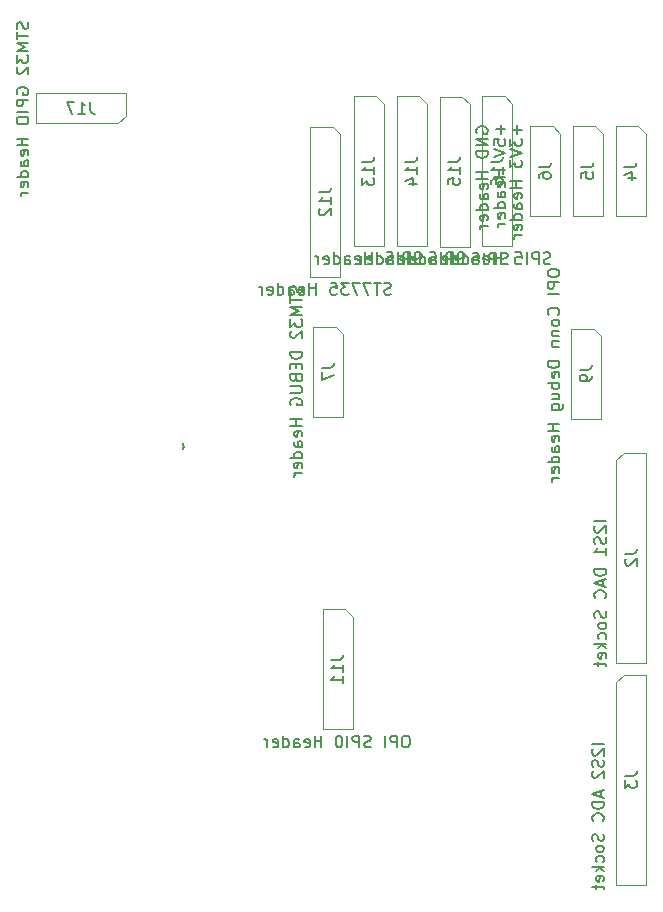
<source format=gbr>
G04 #@! TF.GenerationSoftware,KiCad,Pcbnew,8.0.5*
G04 #@! TF.CreationDate,2024-10-14T11:26:22+05:00*
G04 #@! TF.ProjectId,2floor_for_orange_pi,32666c6f-6f72-45f6-966f-725f6f72616e,rev?*
G04 #@! TF.SameCoordinates,Original*
G04 #@! TF.FileFunction,AssemblyDrawing,Bot*
%FSLAX46Y46*%
G04 Gerber Fmt 4.6, Leading zero omitted, Abs format (unit mm)*
G04 Created by KiCad (PCBNEW 8.0.5) date 2024-10-14 11:26:22*
%MOMM*%
%LPD*%
G01*
G04 APERTURE LIST*
%ADD10C,0.150000*%
%ADD11C,0.100000*%
G04 APERTURE END LIST*
D10*
X67706190Y-32567200D02*
X67563333Y-32614819D01*
X67563333Y-32614819D02*
X67325238Y-32614819D01*
X67325238Y-32614819D02*
X67230000Y-32567200D01*
X67230000Y-32567200D02*
X67182381Y-32519580D01*
X67182381Y-32519580D02*
X67134762Y-32424342D01*
X67134762Y-32424342D02*
X67134762Y-32329104D01*
X67134762Y-32329104D02*
X67182381Y-32233866D01*
X67182381Y-32233866D02*
X67230000Y-32186247D01*
X67230000Y-32186247D02*
X67325238Y-32138628D01*
X67325238Y-32138628D02*
X67515714Y-32091009D01*
X67515714Y-32091009D02*
X67610952Y-32043390D01*
X67610952Y-32043390D02*
X67658571Y-31995771D01*
X67658571Y-31995771D02*
X67706190Y-31900533D01*
X67706190Y-31900533D02*
X67706190Y-31805295D01*
X67706190Y-31805295D02*
X67658571Y-31710057D01*
X67658571Y-31710057D02*
X67610952Y-31662438D01*
X67610952Y-31662438D02*
X67515714Y-31614819D01*
X67515714Y-31614819D02*
X67277619Y-31614819D01*
X67277619Y-31614819D02*
X67134762Y-31662438D01*
X66706190Y-32614819D02*
X66706190Y-31614819D01*
X66706190Y-31614819D02*
X66325238Y-31614819D01*
X66325238Y-31614819D02*
X66230000Y-31662438D01*
X66230000Y-31662438D02*
X66182381Y-31710057D01*
X66182381Y-31710057D02*
X66134762Y-31805295D01*
X66134762Y-31805295D02*
X66134762Y-31948152D01*
X66134762Y-31948152D02*
X66182381Y-32043390D01*
X66182381Y-32043390D02*
X66230000Y-32091009D01*
X66230000Y-32091009D02*
X66325238Y-32138628D01*
X66325238Y-32138628D02*
X66706190Y-32138628D01*
X65706190Y-32614819D02*
X65706190Y-31614819D01*
X64753810Y-31614819D02*
X65230000Y-31614819D01*
X65230000Y-31614819D02*
X65277619Y-32091009D01*
X65277619Y-32091009D02*
X65230000Y-32043390D01*
X65230000Y-32043390D02*
X65134762Y-31995771D01*
X65134762Y-31995771D02*
X64896667Y-31995771D01*
X64896667Y-31995771D02*
X64801429Y-32043390D01*
X64801429Y-32043390D02*
X64753810Y-32091009D01*
X64753810Y-32091009D02*
X64706191Y-32186247D01*
X64706191Y-32186247D02*
X64706191Y-32424342D01*
X64706191Y-32424342D02*
X64753810Y-32519580D01*
X64753810Y-32519580D02*
X64801429Y-32567200D01*
X64801429Y-32567200D02*
X64896667Y-32614819D01*
X64896667Y-32614819D02*
X65134762Y-32614819D01*
X65134762Y-32614819D02*
X65230000Y-32567200D01*
X65230000Y-32567200D02*
X65277619Y-32519580D01*
X63515714Y-32614819D02*
X63515714Y-31614819D01*
X63515714Y-32091009D02*
X62944286Y-32091009D01*
X62944286Y-32614819D02*
X62944286Y-31614819D01*
X62087143Y-32567200D02*
X62182381Y-32614819D01*
X62182381Y-32614819D02*
X62372857Y-32614819D01*
X62372857Y-32614819D02*
X62468095Y-32567200D01*
X62468095Y-32567200D02*
X62515714Y-32471961D01*
X62515714Y-32471961D02*
X62515714Y-32091009D01*
X62515714Y-32091009D02*
X62468095Y-31995771D01*
X62468095Y-31995771D02*
X62372857Y-31948152D01*
X62372857Y-31948152D02*
X62182381Y-31948152D01*
X62182381Y-31948152D02*
X62087143Y-31995771D01*
X62087143Y-31995771D02*
X62039524Y-32091009D01*
X62039524Y-32091009D02*
X62039524Y-32186247D01*
X62039524Y-32186247D02*
X62515714Y-32281485D01*
X61182381Y-32614819D02*
X61182381Y-32091009D01*
X61182381Y-32091009D02*
X61230000Y-31995771D01*
X61230000Y-31995771D02*
X61325238Y-31948152D01*
X61325238Y-31948152D02*
X61515714Y-31948152D01*
X61515714Y-31948152D02*
X61610952Y-31995771D01*
X61182381Y-32567200D02*
X61277619Y-32614819D01*
X61277619Y-32614819D02*
X61515714Y-32614819D01*
X61515714Y-32614819D02*
X61610952Y-32567200D01*
X61610952Y-32567200D02*
X61658571Y-32471961D01*
X61658571Y-32471961D02*
X61658571Y-32376723D01*
X61658571Y-32376723D02*
X61610952Y-32281485D01*
X61610952Y-32281485D02*
X61515714Y-32233866D01*
X61515714Y-32233866D02*
X61277619Y-32233866D01*
X61277619Y-32233866D02*
X61182381Y-32186247D01*
X60277619Y-32614819D02*
X60277619Y-31614819D01*
X60277619Y-32567200D02*
X60372857Y-32614819D01*
X60372857Y-32614819D02*
X60563333Y-32614819D01*
X60563333Y-32614819D02*
X60658571Y-32567200D01*
X60658571Y-32567200D02*
X60706190Y-32519580D01*
X60706190Y-32519580D02*
X60753809Y-32424342D01*
X60753809Y-32424342D02*
X60753809Y-32138628D01*
X60753809Y-32138628D02*
X60706190Y-32043390D01*
X60706190Y-32043390D02*
X60658571Y-31995771D01*
X60658571Y-31995771D02*
X60563333Y-31948152D01*
X60563333Y-31948152D02*
X60372857Y-31948152D01*
X60372857Y-31948152D02*
X60277619Y-31995771D01*
X59420476Y-32567200D02*
X59515714Y-32614819D01*
X59515714Y-32614819D02*
X59706190Y-32614819D01*
X59706190Y-32614819D02*
X59801428Y-32567200D01*
X59801428Y-32567200D02*
X59849047Y-32471961D01*
X59849047Y-32471961D02*
X59849047Y-32091009D01*
X59849047Y-32091009D02*
X59801428Y-31995771D01*
X59801428Y-31995771D02*
X59706190Y-31948152D01*
X59706190Y-31948152D02*
X59515714Y-31948152D01*
X59515714Y-31948152D02*
X59420476Y-31995771D01*
X59420476Y-31995771D02*
X59372857Y-32091009D01*
X59372857Y-32091009D02*
X59372857Y-32186247D01*
X59372857Y-32186247D02*
X59849047Y-32281485D01*
X58944285Y-32614819D02*
X58944285Y-31948152D01*
X58944285Y-32138628D02*
X58896666Y-32043390D01*
X58896666Y-32043390D02*
X58849047Y-31995771D01*
X58849047Y-31995771D02*
X58753809Y-31948152D01*
X58753809Y-31948152D02*
X58658571Y-31948152D01*
X62684819Y-23940476D02*
X63399104Y-23940476D01*
X63399104Y-23940476D02*
X63541961Y-23892857D01*
X63541961Y-23892857D02*
X63637200Y-23797619D01*
X63637200Y-23797619D02*
X63684819Y-23654762D01*
X63684819Y-23654762D02*
X63684819Y-23559524D01*
X63684819Y-24940476D02*
X63684819Y-24369048D01*
X63684819Y-24654762D02*
X62684819Y-24654762D01*
X62684819Y-24654762D02*
X62827676Y-24559524D01*
X62827676Y-24559524D02*
X62922914Y-24464286D01*
X62922914Y-24464286D02*
X62970533Y-24369048D01*
X62684819Y-25797619D02*
X62684819Y-25607143D01*
X62684819Y-25607143D02*
X62732438Y-25511905D01*
X62732438Y-25511905D02*
X62780057Y-25464286D01*
X62780057Y-25464286D02*
X62922914Y-25369048D01*
X62922914Y-25369048D02*
X63113390Y-25321429D01*
X63113390Y-25321429D02*
X63494342Y-25321429D01*
X63494342Y-25321429D02*
X63589580Y-25369048D01*
X63589580Y-25369048D02*
X63637200Y-25416667D01*
X63637200Y-25416667D02*
X63684819Y-25511905D01*
X63684819Y-25511905D02*
X63684819Y-25702381D01*
X63684819Y-25702381D02*
X63637200Y-25797619D01*
X63637200Y-25797619D02*
X63589580Y-25845238D01*
X63589580Y-25845238D02*
X63494342Y-25892857D01*
X63494342Y-25892857D02*
X63256247Y-25892857D01*
X63256247Y-25892857D02*
X63161009Y-25845238D01*
X63161009Y-25845238D02*
X63113390Y-25797619D01*
X63113390Y-25797619D02*
X63065771Y-25702381D01*
X63065771Y-25702381D02*
X63065771Y-25511905D01*
X63065771Y-25511905D02*
X63113390Y-25416667D01*
X63113390Y-25416667D02*
X63161009Y-25369048D01*
X63161009Y-25369048D02*
X63256247Y-25321429D01*
X46647200Y-34476190D02*
X46694819Y-34619047D01*
X46694819Y-34619047D02*
X46694819Y-34857142D01*
X46694819Y-34857142D02*
X46647200Y-34952380D01*
X46647200Y-34952380D02*
X46599580Y-34999999D01*
X46599580Y-34999999D02*
X46504342Y-35047618D01*
X46504342Y-35047618D02*
X46409104Y-35047618D01*
X46409104Y-35047618D02*
X46313866Y-34999999D01*
X46313866Y-34999999D02*
X46266247Y-34952380D01*
X46266247Y-34952380D02*
X46218628Y-34857142D01*
X46218628Y-34857142D02*
X46171009Y-34666666D01*
X46171009Y-34666666D02*
X46123390Y-34571428D01*
X46123390Y-34571428D02*
X46075771Y-34523809D01*
X46075771Y-34523809D02*
X45980533Y-34476190D01*
X45980533Y-34476190D02*
X45885295Y-34476190D01*
X45885295Y-34476190D02*
X45790057Y-34523809D01*
X45790057Y-34523809D02*
X45742438Y-34571428D01*
X45742438Y-34571428D02*
X45694819Y-34666666D01*
X45694819Y-34666666D02*
X45694819Y-34904761D01*
X45694819Y-34904761D02*
X45742438Y-35047618D01*
X45694819Y-35333333D02*
X45694819Y-35904761D01*
X46694819Y-35619047D02*
X45694819Y-35619047D01*
X46694819Y-36238095D02*
X45694819Y-36238095D01*
X45694819Y-36238095D02*
X46409104Y-36571428D01*
X46409104Y-36571428D02*
X45694819Y-36904761D01*
X45694819Y-36904761D02*
X46694819Y-36904761D01*
X45694819Y-37285714D02*
X45694819Y-37904761D01*
X45694819Y-37904761D02*
X46075771Y-37571428D01*
X46075771Y-37571428D02*
X46075771Y-37714285D01*
X46075771Y-37714285D02*
X46123390Y-37809523D01*
X46123390Y-37809523D02*
X46171009Y-37857142D01*
X46171009Y-37857142D02*
X46266247Y-37904761D01*
X46266247Y-37904761D02*
X46504342Y-37904761D01*
X46504342Y-37904761D02*
X46599580Y-37857142D01*
X46599580Y-37857142D02*
X46647200Y-37809523D01*
X46647200Y-37809523D02*
X46694819Y-37714285D01*
X46694819Y-37714285D02*
X46694819Y-37428571D01*
X46694819Y-37428571D02*
X46647200Y-37333333D01*
X46647200Y-37333333D02*
X46599580Y-37285714D01*
X45790057Y-38285714D02*
X45742438Y-38333333D01*
X45742438Y-38333333D02*
X45694819Y-38428571D01*
X45694819Y-38428571D02*
X45694819Y-38666666D01*
X45694819Y-38666666D02*
X45742438Y-38761904D01*
X45742438Y-38761904D02*
X45790057Y-38809523D01*
X45790057Y-38809523D02*
X45885295Y-38857142D01*
X45885295Y-38857142D02*
X45980533Y-38857142D01*
X45980533Y-38857142D02*
X46123390Y-38809523D01*
X46123390Y-38809523D02*
X46694819Y-38238095D01*
X46694819Y-38238095D02*
X46694819Y-38857142D01*
X46694819Y-40047619D02*
X45694819Y-40047619D01*
X45694819Y-40047619D02*
X45694819Y-40285714D01*
X45694819Y-40285714D02*
X45742438Y-40428571D01*
X45742438Y-40428571D02*
X45837676Y-40523809D01*
X45837676Y-40523809D02*
X45932914Y-40571428D01*
X45932914Y-40571428D02*
X46123390Y-40619047D01*
X46123390Y-40619047D02*
X46266247Y-40619047D01*
X46266247Y-40619047D02*
X46456723Y-40571428D01*
X46456723Y-40571428D02*
X46551961Y-40523809D01*
X46551961Y-40523809D02*
X46647200Y-40428571D01*
X46647200Y-40428571D02*
X46694819Y-40285714D01*
X46694819Y-40285714D02*
X46694819Y-40047619D01*
X46171009Y-41047619D02*
X46171009Y-41380952D01*
X46694819Y-41523809D02*
X46694819Y-41047619D01*
X46694819Y-41047619D02*
X45694819Y-41047619D01*
X45694819Y-41047619D02*
X45694819Y-41523809D01*
X46171009Y-42285714D02*
X46218628Y-42428571D01*
X46218628Y-42428571D02*
X46266247Y-42476190D01*
X46266247Y-42476190D02*
X46361485Y-42523809D01*
X46361485Y-42523809D02*
X46504342Y-42523809D01*
X46504342Y-42523809D02*
X46599580Y-42476190D01*
X46599580Y-42476190D02*
X46647200Y-42428571D01*
X46647200Y-42428571D02*
X46694819Y-42333333D01*
X46694819Y-42333333D02*
X46694819Y-41952381D01*
X46694819Y-41952381D02*
X45694819Y-41952381D01*
X45694819Y-41952381D02*
X45694819Y-42285714D01*
X45694819Y-42285714D02*
X45742438Y-42380952D01*
X45742438Y-42380952D02*
X45790057Y-42428571D01*
X45790057Y-42428571D02*
X45885295Y-42476190D01*
X45885295Y-42476190D02*
X45980533Y-42476190D01*
X45980533Y-42476190D02*
X46075771Y-42428571D01*
X46075771Y-42428571D02*
X46123390Y-42380952D01*
X46123390Y-42380952D02*
X46171009Y-42285714D01*
X46171009Y-42285714D02*
X46171009Y-41952381D01*
X45694819Y-42952381D02*
X46504342Y-42952381D01*
X46504342Y-42952381D02*
X46599580Y-43000000D01*
X46599580Y-43000000D02*
X46647200Y-43047619D01*
X46647200Y-43047619D02*
X46694819Y-43142857D01*
X46694819Y-43142857D02*
X46694819Y-43333333D01*
X46694819Y-43333333D02*
X46647200Y-43428571D01*
X46647200Y-43428571D02*
X46599580Y-43476190D01*
X46599580Y-43476190D02*
X46504342Y-43523809D01*
X46504342Y-43523809D02*
X45694819Y-43523809D01*
X45742438Y-44523809D02*
X45694819Y-44428571D01*
X45694819Y-44428571D02*
X45694819Y-44285714D01*
X45694819Y-44285714D02*
X45742438Y-44142857D01*
X45742438Y-44142857D02*
X45837676Y-44047619D01*
X45837676Y-44047619D02*
X45932914Y-44000000D01*
X45932914Y-44000000D02*
X46123390Y-43952381D01*
X46123390Y-43952381D02*
X46266247Y-43952381D01*
X46266247Y-43952381D02*
X46456723Y-44000000D01*
X46456723Y-44000000D02*
X46551961Y-44047619D01*
X46551961Y-44047619D02*
X46647200Y-44142857D01*
X46647200Y-44142857D02*
X46694819Y-44285714D01*
X46694819Y-44285714D02*
X46694819Y-44380952D01*
X46694819Y-44380952D02*
X46647200Y-44523809D01*
X46647200Y-44523809D02*
X46599580Y-44571428D01*
X46599580Y-44571428D02*
X46266247Y-44571428D01*
X46266247Y-44571428D02*
X46266247Y-44380952D01*
X46694819Y-45761905D02*
X45694819Y-45761905D01*
X46171009Y-45761905D02*
X46171009Y-46333333D01*
X46694819Y-46333333D02*
X45694819Y-46333333D01*
X46647200Y-47190476D02*
X46694819Y-47095238D01*
X46694819Y-47095238D02*
X46694819Y-46904762D01*
X46694819Y-46904762D02*
X46647200Y-46809524D01*
X46647200Y-46809524D02*
X46551961Y-46761905D01*
X46551961Y-46761905D02*
X46171009Y-46761905D01*
X46171009Y-46761905D02*
X46075771Y-46809524D01*
X46075771Y-46809524D02*
X46028152Y-46904762D01*
X46028152Y-46904762D02*
X46028152Y-47095238D01*
X46028152Y-47095238D02*
X46075771Y-47190476D01*
X46075771Y-47190476D02*
X46171009Y-47238095D01*
X46171009Y-47238095D02*
X46266247Y-47238095D01*
X46266247Y-47238095D02*
X46361485Y-46761905D01*
X46694819Y-48095238D02*
X46171009Y-48095238D01*
X46171009Y-48095238D02*
X46075771Y-48047619D01*
X46075771Y-48047619D02*
X46028152Y-47952381D01*
X46028152Y-47952381D02*
X46028152Y-47761905D01*
X46028152Y-47761905D02*
X46075771Y-47666667D01*
X46647200Y-48095238D02*
X46694819Y-48000000D01*
X46694819Y-48000000D02*
X46694819Y-47761905D01*
X46694819Y-47761905D02*
X46647200Y-47666667D01*
X46647200Y-47666667D02*
X46551961Y-47619048D01*
X46551961Y-47619048D02*
X46456723Y-47619048D01*
X46456723Y-47619048D02*
X46361485Y-47666667D01*
X46361485Y-47666667D02*
X46313866Y-47761905D01*
X46313866Y-47761905D02*
X46313866Y-48000000D01*
X46313866Y-48000000D02*
X46266247Y-48095238D01*
X46694819Y-49000000D02*
X45694819Y-49000000D01*
X46647200Y-49000000D02*
X46694819Y-48904762D01*
X46694819Y-48904762D02*
X46694819Y-48714286D01*
X46694819Y-48714286D02*
X46647200Y-48619048D01*
X46647200Y-48619048D02*
X46599580Y-48571429D01*
X46599580Y-48571429D02*
X46504342Y-48523810D01*
X46504342Y-48523810D02*
X46218628Y-48523810D01*
X46218628Y-48523810D02*
X46123390Y-48571429D01*
X46123390Y-48571429D02*
X46075771Y-48619048D01*
X46075771Y-48619048D02*
X46028152Y-48714286D01*
X46028152Y-48714286D02*
X46028152Y-48904762D01*
X46028152Y-48904762D02*
X46075771Y-49000000D01*
X46647200Y-49857143D02*
X46694819Y-49761905D01*
X46694819Y-49761905D02*
X46694819Y-49571429D01*
X46694819Y-49571429D02*
X46647200Y-49476191D01*
X46647200Y-49476191D02*
X46551961Y-49428572D01*
X46551961Y-49428572D02*
X46171009Y-49428572D01*
X46171009Y-49428572D02*
X46075771Y-49476191D01*
X46075771Y-49476191D02*
X46028152Y-49571429D01*
X46028152Y-49571429D02*
X46028152Y-49761905D01*
X46028152Y-49761905D02*
X46075771Y-49857143D01*
X46075771Y-49857143D02*
X46171009Y-49904762D01*
X46171009Y-49904762D02*
X46266247Y-49904762D01*
X46266247Y-49904762D02*
X46361485Y-49428572D01*
X46694819Y-50333334D02*
X46028152Y-50333334D01*
X46218628Y-50333334D02*
X46123390Y-50380953D01*
X46123390Y-50380953D02*
X46075771Y-50428572D01*
X46075771Y-50428572D02*
X46028152Y-50523810D01*
X46028152Y-50523810D02*
X46028152Y-50619048D01*
X48364819Y-41396666D02*
X49079104Y-41396666D01*
X49079104Y-41396666D02*
X49221961Y-41349047D01*
X49221961Y-41349047D02*
X49317200Y-41253809D01*
X49317200Y-41253809D02*
X49364819Y-41110952D01*
X49364819Y-41110952D02*
X49364819Y-41015714D01*
X48364819Y-41777619D02*
X48364819Y-42444285D01*
X48364819Y-42444285D02*
X49364819Y-42015714D01*
X67474819Y-33255713D02*
X67474819Y-33446189D01*
X67474819Y-33446189D02*
X67522438Y-33541427D01*
X67522438Y-33541427D02*
X67617676Y-33636665D01*
X67617676Y-33636665D02*
X67808152Y-33684284D01*
X67808152Y-33684284D02*
X68141485Y-33684284D01*
X68141485Y-33684284D02*
X68331961Y-33636665D01*
X68331961Y-33636665D02*
X68427200Y-33541427D01*
X68427200Y-33541427D02*
X68474819Y-33446189D01*
X68474819Y-33446189D02*
X68474819Y-33255713D01*
X68474819Y-33255713D02*
X68427200Y-33160475D01*
X68427200Y-33160475D02*
X68331961Y-33065237D01*
X68331961Y-33065237D02*
X68141485Y-33017618D01*
X68141485Y-33017618D02*
X67808152Y-33017618D01*
X67808152Y-33017618D02*
X67617676Y-33065237D01*
X67617676Y-33065237D02*
X67522438Y-33160475D01*
X67522438Y-33160475D02*
X67474819Y-33255713D01*
X68474819Y-34112856D02*
X67474819Y-34112856D01*
X67474819Y-34112856D02*
X67474819Y-34493808D01*
X67474819Y-34493808D02*
X67522438Y-34589046D01*
X67522438Y-34589046D02*
X67570057Y-34636665D01*
X67570057Y-34636665D02*
X67665295Y-34684284D01*
X67665295Y-34684284D02*
X67808152Y-34684284D01*
X67808152Y-34684284D02*
X67903390Y-34636665D01*
X67903390Y-34636665D02*
X67951009Y-34589046D01*
X67951009Y-34589046D02*
X67998628Y-34493808D01*
X67998628Y-34493808D02*
X67998628Y-34112856D01*
X68474819Y-35112856D02*
X67474819Y-35112856D01*
X68379580Y-36922379D02*
X68427200Y-36874760D01*
X68427200Y-36874760D02*
X68474819Y-36731903D01*
X68474819Y-36731903D02*
X68474819Y-36636665D01*
X68474819Y-36636665D02*
X68427200Y-36493808D01*
X68427200Y-36493808D02*
X68331961Y-36398570D01*
X68331961Y-36398570D02*
X68236723Y-36350951D01*
X68236723Y-36350951D02*
X68046247Y-36303332D01*
X68046247Y-36303332D02*
X67903390Y-36303332D01*
X67903390Y-36303332D02*
X67712914Y-36350951D01*
X67712914Y-36350951D02*
X67617676Y-36398570D01*
X67617676Y-36398570D02*
X67522438Y-36493808D01*
X67522438Y-36493808D02*
X67474819Y-36636665D01*
X67474819Y-36636665D02*
X67474819Y-36731903D01*
X67474819Y-36731903D02*
X67522438Y-36874760D01*
X67522438Y-36874760D02*
X67570057Y-36922379D01*
X68474819Y-37493808D02*
X68427200Y-37398570D01*
X68427200Y-37398570D02*
X68379580Y-37350951D01*
X68379580Y-37350951D02*
X68284342Y-37303332D01*
X68284342Y-37303332D02*
X67998628Y-37303332D01*
X67998628Y-37303332D02*
X67903390Y-37350951D01*
X67903390Y-37350951D02*
X67855771Y-37398570D01*
X67855771Y-37398570D02*
X67808152Y-37493808D01*
X67808152Y-37493808D02*
X67808152Y-37636665D01*
X67808152Y-37636665D02*
X67855771Y-37731903D01*
X67855771Y-37731903D02*
X67903390Y-37779522D01*
X67903390Y-37779522D02*
X67998628Y-37827141D01*
X67998628Y-37827141D02*
X68284342Y-37827141D01*
X68284342Y-37827141D02*
X68379580Y-37779522D01*
X68379580Y-37779522D02*
X68427200Y-37731903D01*
X68427200Y-37731903D02*
X68474819Y-37636665D01*
X68474819Y-37636665D02*
X68474819Y-37493808D01*
X67808152Y-38255713D02*
X68474819Y-38255713D01*
X67903390Y-38255713D02*
X67855771Y-38303332D01*
X67855771Y-38303332D02*
X67808152Y-38398570D01*
X67808152Y-38398570D02*
X67808152Y-38541427D01*
X67808152Y-38541427D02*
X67855771Y-38636665D01*
X67855771Y-38636665D02*
X67951009Y-38684284D01*
X67951009Y-38684284D02*
X68474819Y-38684284D01*
X67808152Y-39160475D02*
X68474819Y-39160475D01*
X67903390Y-39160475D02*
X67855771Y-39208094D01*
X67855771Y-39208094D02*
X67808152Y-39303332D01*
X67808152Y-39303332D02*
X67808152Y-39446189D01*
X67808152Y-39446189D02*
X67855771Y-39541427D01*
X67855771Y-39541427D02*
X67951009Y-39589046D01*
X67951009Y-39589046D02*
X68474819Y-39589046D01*
X68474819Y-40827142D02*
X67474819Y-40827142D01*
X67474819Y-40827142D02*
X67474819Y-41065237D01*
X67474819Y-41065237D02*
X67522438Y-41208094D01*
X67522438Y-41208094D02*
X67617676Y-41303332D01*
X67617676Y-41303332D02*
X67712914Y-41350951D01*
X67712914Y-41350951D02*
X67903390Y-41398570D01*
X67903390Y-41398570D02*
X68046247Y-41398570D01*
X68046247Y-41398570D02*
X68236723Y-41350951D01*
X68236723Y-41350951D02*
X68331961Y-41303332D01*
X68331961Y-41303332D02*
X68427200Y-41208094D01*
X68427200Y-41208094D02*
X68474819Y-41065237D01*
X68474819Y-41065237D02*
X68474819Y-40827142D01*
X68427200Y-42208094D02*
X68474819Y-42112856D01*
X68474819Y-42112856D02*
X68474819Y-41922380D01*
X68474819Y-41922380D02*
X68427200Y-41827142D01*
X68427200Y-41827142D02*
X68331961Y-41779523D01*
X68331961Y-41779523D02*
X67951009Y-41779523D01*
X67951009Y-41779523D02*
X67855771Y-41827142D01*
X67855771Y-41827142D02*
X67808152Y-41922380D01*
X67808152Y-41922380D02*
X67808152Y-42112856D01*
X67808152Y-42112856D02*
X67855771Y-42208094D01*
X67855771Y-42208094D02*
X67951009Y-42255713D01*
X67951009Y-42255713D02*
X68046247Y-42255713D01*
X68046247Y-42255713D02*
X68141485Y-41779523D01*
X68474819Y-42684285D02*
X67474819Y-42684285D01*
X67855771Y-42684285D02*
X67808152Y-42779523D01*
X67808152Y-42779523D02*
X67808152Y-42969999D01*
X67808152Y-42969999D02*
X67855771Y-43065237D01*
X67855771Y-43065237D02*
X67903390Y-43112856D01*
X67903390Y-43112856D02*
X67998628Y-43160475D01*
X67998628Y-43160475D02*
X68284342Y-43160475D01*
X68284342Y-43160475D02*
X68379580Y-43112856D01*
X68379580Y-43112856D02*
X68427200Y-43065237D01*
X68427200Y-43065237D02*
X68474819Y-42969999D01*
X68474819Y-42969999D02*
X68474819Y-42779523D01*
X68474819Y-42779523D02*
X68427200Y-42684285D01*
X67808152Y-44017618D02*
X68474819Y-44017618D01*
X67808152Y-43589047D02*
X68331961Y-43589047D01*
X68331961Y-43589047D02*
X68427200Y-43636666D01*
X68427200Y-43636666D02*
X68474819Y-43731904D01*
X68474819Y-43731904D02*
X68474819Y-43874761D01*
X68474819Y-43874761D02*
X68427200Y-43969999D01*
X68427200Y-43969999D02*
X68379580Y-44017618D01*
X67808152Y-44922380D02*
X68617676Y-44922380D01*
X68617676Y-44922380D02*
X68712914Y-44874761D01*
X68712914Y-44874761D02*
X68760533Y-44827142D01*
X68760533Y-44827142D02*
X68808152Y-44731904D01*
X68808152Y-44731904D02*
X68808152Y-44589047D01*
X68808152Y-44589047D02*
X68760533Y-44493809D01*
X68427200Y-44922380D02*
X68474819Y-44827142D01*
X68474819Y-44827142D02*
X68474819Y-44636666D01*
X68474819Y-44636666D02*
X68427200Y-44541428D01*
X68427200Y-44541428D02*
X68379580Y-44493809D01*
X68379580Y-44493809D02*
X68284342Y-44446190D01*
X68284342Y-44446190D02*
X67998628Y-44446190D01*
X67998628Y-44446190D02*
X67903390Y-44493809D01*
X67903390Y-44493809D02*
X67855771Y-44541428D01*
X67855771Y-44541428D02*
X67808152Y-44636666D01*
X67808152Y-44636666D02*
X67808152Y-44827142D01*
X67808152Y-44827142D02*
X67855771Y-44922380D01*
X68474819Y-46160476D02*
X67474819Y-46160476D01*
X67951009Y-46160476D02*
X67951009Y-46731904D01*
X68474819Y-46731904D02*
X67474819Y-46731904D01*
X68427200Y-47589047D02*
X68474819Y-47493809D01*
X68474819Y-47493809D02*
X68474819Y-47303333D01*
X68474819Y-47303333D02*
X68427200Y-47208095D01*
X68427200Y-47208095D02*
X68331961Y-47160476D01*
X68331961Y-47160476D02*
X67951009Y-47160476D01*
X67951009Y-47160476D02*
X67855771Y-47208095D01*
X67855771Y-47208095D02*
X67808152Y-47303333D01*
X67808152Y-47303333D02*
X67808152Y-47493809D01*
X67808152Y-47493809D02*
X67855771Y-47589047D01*
X67855771Y-47589047D02*
X67951009Y-47636666D01*
X67951009Y-47636666D02*
X68046247Y-47636666D01*
X68046247Y-47636666D02*
X68141485Y-47160476D01*
X68474819Y-48493809D02*
X67951009Y-48493809D01*
X67951009Y-48493809D02*
X67855771Y-48446190D01*
X67855771Y-48446190D02*
X67808152Y-48350952D01*
X67808152Y-48350952D02*
X67808152Y-48160476D01*
X67808152Y-48160476D02*
X67855771Y-48065238D01*
X68427200Y-48493809D02*
X68474819Y-48398571D01*
X68474819Y-48398571D02*
X68474819Y-48160476D01*
X68474819Y-48160476D02*
X68427200Y-48065238D01*
X68427200Y-48065238D02*
X68331961Y-48017619D01*
X68331961Y-48017619D02*
X68236723Y-48017619D01*
X68236723Y-48017619D02*
X68141485Y-48065238D01*
X68141485Y-48065238D02*
X68093866Y-48160476D01*
X68093866Y-48160476D02*
X68093866Y-48398571D01*
X68093866Y-48398571D02*
X68046247Y-48493809D01*
X68474819Y-49398571D02*
X67474819Y-49398571D01*
X68427200Y-49398571D02*
X68474819Y-49303333D01*
X68474819Y-49303333D02*
X68474819Y-49112857D01*
X68474819Y-49112857D02*
X68427200Y-49017619D01*
X68427200Y-49017619D02*
X68379580Y-48970000D01*
X68379580Y-48970000D02*
X68284342Y-48922381D01*
X68284342Y-48922381D02*
X67998628Y-48922381D01*
X67998628Y-48922381D02*
X67903390Y-48970000D01*
X67903390Y-48970000D02*
X67855771Y-49017619D01*
X67855771Y-49017619D02*
X67808152Y-49112857D01*
X67808152Y-49112857D02*
X67808152Y-49303333D01*
X67808152Y-49303333D02*
X67855771Y-49398571D01*
X68427200Y-50255714D02*
X68474819Y-50160476D01*
X68474819Y-50160476D02*
X68474819Y-49970000D01*
X68474819Y-49970000D02*
X68427200Y-49874762D01*
X68427200Y-49874762D02*
X68331961Y-49827143D01*
X68331961Y-49827143D02*
X67951009Y-49827143D01*
X67951009Y-49827143D02*
X67855771Y-49874762D01*
X67855771Y-49874762D02*
X67808152Y-49970000D01*
X67808152Y-49970000D02*
X67808152Y-50160476D01*
X67808152Y-50160476D02*
X67855771Y-50255714D01*
X67855771Y-50255714D02*
X67951009Y-50303333D01*
X67951009Y-50303333D02*
X68046247Y-50303333D01*
X68046247Y-50303333D02*
X68141485Y-49827143D01*
X68474819Y-50731905D02*
X67808152Y-50731905D01*
X67998628Y-50731905D02*
X67903390Y-50779524D01*
X67903390Y-50779524D02*
X67855771Y-50827143D01*
X67855771Y-50827143D02*
X67808152Y-50922381D01*
X67808152Y-50922381D02*
X67808152Y-51017619D01*
X70194819Y-41546666D02*
X70909104Y-41546666D01*
X70909104Y-41546666D02*
X71051961Y-41499047D01*
X71051961Y-41499047D02*
X71147200Y-41403809D01*
X71147200Y-41403809D02*
X71194819Y-41260952D01*
X71194819Y-41260952D02*
X71194819Y-41165714D01*
X71194819Y-42070476D02*
X71194819Y-42260952D01*
X71194819Y-42260952D02*
X71147200Y-42356190D01*
X71147200Y-42356190D02*
X71099580Y-42403809D01*
X71099580Y-42403809D02*
X70956723Y-42499047D01*
X70956723Y-42499047D02*
X70766247Y-42546666D01*
X70766247Y-42546666D02*
X70385295Y-42546666D01*
X70385295Y-42546666D02*
X70290057Y-42499047D01*
X70290057Y-42499047D02*
X70242438Y-42451428D01*
X70242438Y-42451428D02*
X70194819Y-42356190D01*
X70194819Y-42356190D02*
X70194819Y-42165714D01*
X70194819Y-42165714D02*
X70242438Y-42070476D01*
X70242438Y-42070476D02*
X70290057Y-42022857D01*
X70290057Y-42022857D02*
X70385295Y-41975238D01*
X70385295Y-41975238D02*
X70623390Y-41975238D01*
X70623390Y-41975238D02*
X70718628Y-42022857D01*
X70718628Y-42022857D02*
X70766247Y-42070476D01*
X70766247Y-42070476D02*
X70813866Y-42165714D01*
X70813866Y-42165714D02*
X70813866Y-42356190D01*
X70813866Y-42356190D02*
X70766247Y-42451428D01*
X70766247Y-42451428D02*
X70718628Y-42499047D01*
X70718628Y-42499047D02*
X70623390Y-42546666D01*
X23477200Y-12120476D02*
X23524819Y-12263333D01*
X23524819Y-12263333D02*
X23524819Y-12501428D01*
X23524819Y-12501428D02*
X23477200Y-12596666D01*
X23477200Y-12596666D02*
X23429580Y-12644285D01*
X23429580Y-12644285D02*
X23334342Y-12691904D01*
X23334342Y-12691904D02*
X23239104Y-12691904D01*
X23239104Y-12691904D02*
X23143866Y-12644285D01*
X23143866Y-12644285D02*
X23096247Y-12596666D01*
X23096247Y-12596666D02*
X23048628Y-12501428D01*
X23048628Y-12501428D02*
X23001009Y-12310952D01*
X23001009Y-12310952D02*
X22953390Y-12215714D01*
X22953390Y-12215714D02*
X22905771Y-12168095D01*
X22905771Y-12168095D02*
X22810533Y-12120476D01*
X22810533Y-12120476D02*
X22715295Y-12120476D01*
X22715295Y-12120476D02*
X22620057Y-12168095D01*
X22620057Y-12168095D02*
X22572438Y-12215714D01*
X22572438Y-12215714D02*
X22524819Y-12310952D01*
X22524819Y-12310952D02*
X22524819Y-12549047D01*
X22524819Y-12549047D02*
X22572438Y-12691904D01*
X22524819Y-12977619D02*
X22524819Y-13549047D01*
X23524819Y-13263333D02*
X22524819Y-13263333D01*
X23524819Y-13882381D02*
X22524819Y-13882381D01*
X22524819Y-13882381D02*
X23239104Y-14215714D01*
X23239104Y-14215714D02*
X22524819Y-14549047D01*
X22524819Y-14549047D02*
X23524819Y-14549047D01*
X22524819Y-14930000D02*
X22524819Y-15549047D01*
X22524819Y-15549047D02*
X22905771Y-15215714D01*
X22905771Y-15215714D02*
X22905771Y-15358571D01*
X22905771Y-15358571D02*
X22953390Y-15453809D01*
X22953390Y-15453809D02*
X23001009Y-15501428D01*
X23001009Y-15501428D02*
X23096247Y-15549047D01*
X23096247Y-15549047D02*
X23334342Y-15549047D01*
X23334342Y-15549047D02*
X23429580Y-15501428D01*
X23429580Y-15501428D02*
X23477200Y-15453809D01*
X23477200Y-15453809D02*
X23524819Y-15358571D01*
X23524819Y-15358571D02*
X23524819Y-15072857D01*
X23524819Y-15072857D02*
X23477200Y-14977619D01*
X23477200Y-14977619D02*
X23429580Y-14930000D01*
X22620057Y-15930000D02*
X22572438Y-15977619D01*
X22572438Y-15977619D02*
X22524819Y-16072857D01*
X22524819Y-16072857D02*
X22524819Y-16310952D01*
X22524819Y-16310952D02*
X22572438Y-16406190D01*
X22572438Y-16406190D02*
X22620057Y-16453809D01*
X22620057Y-16453809D02*
X22715295Y-16501428D01*
X22715295Y-16501428D02*
X22810533Y-16501428D01*
X22810533Y-16501428D02*
X22953390Y-16453809D01*
X22953390Y-16453809D02*
X23524819Y-15882381D01*
X23524819Y-15882381D02*
X23524819Y-16501428D01*
X22572438Y-18215714D02*
X22524819Y-18120476D01*
X22524819Y-18120476D02*
X22524819Y-17977619D01*
X22524819Y-17977619D02*
X22572438Y-17834762D01*
X22572438Y-17834762D02*
X22667676Y-17739524D01*
X22667676Y-17739524D02*
X22762914Y-17691905D01*
X22762914Y-17691905D02*
X22953390Y-17644286D01*
X22953390Y-17644286D02*
X23096247Y-17644286D01*
X23096247Y-17644286D02*
X23286723Y-17691905D01*
X23286723Y-17691905D02*
X23381961Y-17739524D01*
X23381961Y-17739524D02*
X23477200Y-17834762D01*
X23477200Y-17834762D02*
X23524819Y-17977619D01*
X23524819Y-17977619D02*
X23524819Y-18072857D01*
X23524819Y-18072857D02*
X23477200Y-18215714D01*
X23477200Y-18215714D02*
X23429580Y-18263333D01*
X23429580Y-18263333D02*
X23096247Y-18263333D01*
X23096247Y-18263333D02*
X23096247Y-18072857D01*
X23524819Y-18691905D02*
X22524819Y-18691905D01*
X22524819Y-18691905D02*
X22524819Y-19072857D01*
X22524819Y-19072857D02*
X22572438Y-19168095D01*
X22572438Y-19168095D02*
X22620057Y-19215714D01*
X22620057Y-19215714D02*
X22715295Y-19263333D01*
X22715295Y-19263333D02*
X22858152Y-19263333D01*
X22858152Y-19263333D02*
X22953390Y-19215714D01*
X22953390Y-19215714D02*
X23001009Y-19168095D01*
X23001009Y-19168095D02*
X23048628Y-19072857D01*
X23048628Y-19072857D02*
X23048628Y-18691905D01*
X23524819Y-19691905D02*
X22524819Y-19691905D01*
X22524819Y-20358571D02*
X22524819Y-20549047D01*
X22524819Y-20549047D02*
X22572438Y-20644285D01*
X22572438Y-20644285D02*
X22667676Y-20739523D01*
X22667676Y-20739523D02*
X22858152Y-20787142D01*
X22858152Y-20787142D02*
X23191485Y-20787142D01*
X23191485Y-20787142D02*
X23381961Y-20739523D01*
X23381961Y-20739523D02*
X23477200Y-20644285D01*
X23477200Y-20644285D02*
X23524819Y-20549047D01*
X23524819Y-20549047D02*
X23524819Y-20358571D01*
X23524819Y-20358571D02*
X23477200Y-20263333D01*
X23477200Y-20263333D02*
X23381961Y-20168095D01*
X23381961Y-20168095D02*
X23191485Y-20120476D01*
X23191485Y-20120476D02*
X22858152Y-20120476D01*
X22858152Y-20120476D02*
X22667676Y-20168095D01*
X22667676Y-20168095D02*
X22572438Y-20263333D01*
X22572438Y-20263333D02*
X22524819Y-20358571D01*
X23524819Y-21977619D02*
X22524819Y-21977619D01*
X23001009Y-21977619D02*
X23001009Y-22549047D01*
X23524819Y-22549047D02*
X22524819Y-22549047D01*
X23477200Y-23406190D02*
X23524819Y-23310952D01*
X23524819Y-23310952D02*
X23524819Y-23120476D01*
X23524819Y-23120476D02*
X23477200Y-23025238D01*
X23477200Y-23025238D02*
X23381961Y-22977619D01*
X23381961Y-22977619D02*
X23001009Y-22977619D01*
X23001009Y-22977619D02*
X22905771Y-23025238D01*
X22905771Y-23025238D02*
X22858152Y-23120476D01*
X22858152Y-23120476D02*
X22858152Y-23310952D01*
X22858152Y-23310952D02*
X22905771Y-23406190D01*
X22905771Y-23406190D02*
X23001009Y-23453809D01*
X23001009Y-23453809D02*
X23096247Y-23453809D01*
X23096247Y-23453809D02*
X23191485Y-22977619D01*
X23524819Y-24310952D02*
X23001009Y-24310952D01*
X23001009Y-24310952D02*
X22905771Y-24263333D01*
X22905771Y-24263333D02*
X22858152Y-24168095D01*
X22858152Y-24168095D02*
X22858152Y-23977619D01*
X22858152Y-23977619D02*
X22905771Y-23882381D01*
X23477200Y-24310952D02*
X23524819Y-24215714D01*
X23524819Y-24215714D02*
X23524819Y-23977619D01*
X23524819Y-23977619D02*
X23477200Y-23882381D01*
X23477200Y-23882381D02*
X23381961Y-23834762D01*
X23381961Y-23834762D02*
X23286723Y-23834762D01*
X23286723Y-23834762D02*
X23191485Y-23882381D01*
X23191485Y-23882381D02*
X23143866Y-23977619D01*
X23143866Y-23977619D02*
X23143866Y-24215714D01*
X23143866Y-24215714D02*
X23096247Y-24310952D01*
X23524819Y-25215714D02*
X22524819Y-25215714D01*
X23477200Y-25215714D02*
X23524819Y-25120476D01*
X23524819Y-25120476D02*
X23524819Y-24930000D01*
X23524819Y-24930000D02*
X23477200Y-24834762D01*
X23477200Y-24834762D02*
X23429580Y-24787143D01*
X23429580Y-24787143D02*
X23334342Y-24739524D01*
X23334342Y-24739524D02*
X23048628Y-24739524D01*
X23048628Y-24739524D02*
X22953390Y-24787143D01*
X22953390Y-24787143D02*
X22905771Y-24834762D01*
X22905771Y-24834762D02*
X22858152Y-24930000D01*
X22858152Y-24930000D02*
X22858152Y-25120476D01*
X22858152Y-25120476D02*
X22905771Y-25215714D01*
X23477200Y-26072857D02*
X23524819Y-25977619D01*
X23524819Y-25977619D02*
X23524819Y-25787143D01*
X23524819Y-25787143D02*
X23477200Y-25691905D01*
X23477200Y-25691905D02*
X23381961Y-25644286D01*
X23381961Y-25644286D02*
X23001009Y-25644286D01*
X23001009Y-25644286D02*
X22905771Y-25691905D01*
X22905771Y-25691905D02*
X22858152Y-25787143D01*
X22858152Y-25787143D02*
X22858152Y-25977619D01*
X22858152Y-25977619D02*
X22905771Y-26072857D01*
X22905771Y-26072857D02*
X23001009Y-26120476D01*
X23001009Y-26120476D02*
X23096247Y-26120476D01*
X23096247Y-26120476D02*
X23191485Y-25644286D01*
X23524819Y-26549048D02*
X22858152Y-26549048D01*
X23048628Y-26549048D02*
X22953390Y-26596667D01*
X22953390Y-26596667D02*
X22905771Y-26644286D01*
X22905771Y-26644286D02*
X22858152Y-26739524D01*
X22858152Y-26739524D02*
X22858152Y-26834762D01*
X28749523Y-18884819D02*
X28749523Y-19599104D01*
X28749523Y-19599104D02*
X28797142Y-19741961D01*
X28797142Y-19741961D02*
X28892380Y-19837200D01*
X28892380Y-19837200D02*
X29035237Y-19884819D01*
X29035237Y-19884819D02*
X29130475Y-19884819D01*
X27749523Y-19884819D02*
X28320951Y-19884819D01*
X28035237Y-19884819D02*
X28035237Y-18884819D01*
X28035237Y-18884819D02*
X28130475Y-19027676D01*
X28130475Y-19027676D02*
X28225713Y-19122914D01*
X28225713Y-19122914D02*
X28320951Y-19170533D01*
X27416189Y-18884819D02*
X26749523Y-18884819D01*
X26749523Y-18884819D02*
X27178094Y-19884819D01*
X36693866Y-47778095D02*
X36646247Y-47825714D01*
X36646247Y-47825714D02*
X36598628Y-47920952D01*
X36598628Y-47920952D02*
X36693866Y-48111428D01*
X36693866Y-48111428D02*
X36646247Y-48206666D01*
X36646247Y-48206666D02*
X36598628Y-48254285D01*
X72244819Y-73214761D02*
X71244819Y-73214761D01*
X71340057Y-73643332D02*
X71292438Y-73690951D01*
X71292438Y-73690951D02*
X71244819Y-73786189D01*
X71244819Y-73786189D02*
X71244819Y-74024284D01*
X71244819Y-74024284D02*
X71292438Y-74119522D01*
X71292438Y-74119522D02*
X71340057Y-74167141D01*
X71340057Y-74167141D02*
X71435295Y-74214760D01*
X71435295Y-74214760D02*
X71530533Y-74214760D01*
X71530533Y-74214760D02*
X71673390Y-74167141D01*
X71673390Y-74167141D02*
X72244819Y-73595713D01*
X72244819Y-73595713D02*
X72244819Y-74214760D01*
X72197200Y-74595713D02*
X72244819Y-74738570D01*
X72244819Y-74738570D02*
X72244819Y-74976665D01*
X72244819Y-74976665D02*
X72197200Y-75071903D01*
X72197200Y-75071903D02*
X72149580Y-75119522D01*
X72149580Y-75119522D02*
X72054342Y-75167141D01*
X72054342Y-75167141D02*
X71959104Y-75167141D01*
X71959104Y-75167141D02*
X71863866Y-75119522D01*
X71863866Y-75119522D02*
X71816247Y-75071903D01*
X71816247Y-75071903D02*
X71768628Y-74976665D01*
X71768628Y-74976665D02*
X71721009Y-74786189D01*
X71721009Y-74786189D02*
X71673390Y-74690951D01*
X71673390Y-74690951D02*
X71625771Y-74643332D01*
X71625771Y-74643332D02*
X71530533Y-74595713D01*
X71530533Y-74595713D02*
X71435295Y-74595713D01*
X71435295Y-74595713D02*
X71340057Y-74643332D01*
X71340057Y-74643332D02*
X71292438Y-74690951D01*
X71292438Y-74690951D02*
X71244819Y-74786189D01*
X71244819Y-74786189D02*
X71244819Y-75024284D01*
X71244819Y-75024284D02*
X71292438Y-75167141D01*
X71340057Y-75548094D02*
X71292438Y-75595713D01*
X71292438Y-75595713D02*
X71244819Y-75690951D01*
X71244819Y-75690951D02*
X71244819Y-75929046D01*
X71244819Y-75929046D02*
X71292438Y-76024284D01*
X71292438Y-76024284D02*
X71340057Y-76071903D01*
X71340057Y-76071903D02*
X71435295Y-76119522D01*
X71435295Y-76119522D02*
X71530533Y-76119522D01*
X71530533Y-76119522D02*
X71673390Y-76071903D01*
X71673390Y-76071903D02*
X72244819Y-75500475D01*
X72244819Y-75500475D02*
X72244819Y-76119522D01*
X71959104Y-77262380D02*
X71959104Y-77738570D01*
X72244819Y-77167142D02*
X71244819Y-77500475D01*
X71244819Y-77500475D02*
X72244819Y-77833808D01*
X72244819Y-78167142D02*
X71244819Y-78167142D01*
X71244819Y-78167142D02*
X71244819Y-78405237D01*
X71244819Y-78405237D02*
X71292438Y-78548094D01*
X71292438Y-78548094D02*
X71387676Y-78643332D01*
X71387676Y-78643332D02*
X71482914Y-78690951D01*
X71482914Y-78690951D02*
X71673390Y-78738570D01*
X71673390Y-78738570D02*
X71816247Y-78738570D01*
X71816247Y-78738570D02*
X72006723Y-78690951D01*
X72006723Y-78690951D02*
X72101961Y-78643332D01*
X72101961Y-78643332D02*
X72197200Y-78548094D01*
X72197200Y-78548094D02*
X72244819Y-78405237D01*
X72244819Y-78405237D02*
X72244819Y-78167142D01*
X72149580Y-79738570D02*
X72197200Y-79690951D01*
X72197200Y-79690951D02*
X72244819Y-79548094D01*
X72244819Y-79548094D02*
X72244819Y-79452856D01*
X72244819Y-79452856D02*
X72197200Y-79309999D01*
X72197200Y-79309999D02*
X72101961Y-79214761D01*
X72101961Y-79214761D02*
X72006723Y-79167142D01*
X72006723Y-79167142D02*
X71816247Y-79119523D01*
X71816247Y-79119523D02*
X71673390Y-79119523D01*
X71673390Y-79119523D02*
X71482914Y-79167142D01*
X71482914Y-79167142D02*
X71387676Y-79214761D01*
X71387676Y-79214761D02*
X71292438Y-79309999D01*
X71292438Y-79309999D02*
X71244819Y-79452856D01*
X71244819Y-79452856D02*
X71244819Y-79548094D01*
X71244819Y-79548094D02*
X71292438Y-79690951D01*
X71292438Y-79690951D02*
X71340057Y-79738570D01*
X72197200Y-80881428D02*
X72244819Y-81024285D01*
X72244819Y-81024285D02*
X72244819Y-81262380D01*
X72244819Y-81262380D02*
X72197200Y-81357618D01*
X72197200Y-81357618D02*
X72149580Y-81405237D01*
X72149580Y-81405237D02*
X72054342Y-81452856D01*
X72054342Y-81452856D02*
X71959104Y-81452856D01*
X71959104Y-81452856D02*
X71863866Y-81405237D01*
X71863866Y-81405237D02*
X71816247Y-81357618D01*
X71816247Y-81357618D02*
X71768628Y-81262380D01*
X71768628Y-81262380D02*
X71721009Y-81071904D01*
X71721009Y-81071904D02*
X71673390Y-80976666D01*
X71673390Y-80976666D02*
X71625771Y-80929047D01*
X71625771Y-80929047D02*
X71530533Y-80881428D01*
X71530533Y-80881428D02*
X71435295Y-80881428D01*
X71435295Y-80881428D02*
X71340057Y-80929047D01*
X71340057Y-80929047D02*
X71292438Y-80976666D01*
X71292438Y-80976666D02*
X71244819Y-81071904D01*
X71244819Y-81071904D02*
X71244819Y-81309999D01*
X71244819Y-81309999D02*
X71292438Y-81452856D01*
X72244819Y-82024285D02*
X72197200Y-81929047D01*
X72197200Y-81929047D02*
X72149580Y-81881428D01*
X72149580Y-81881428D02*
X72054342Y-81833809D01*
X72054342Y-81833809D02*
X71768628Y-81833809D01*
X71768628Y-81833809D02*
X71673390Y-81881428D01*
X71673390Y-81881428D02*
X71625771Y-81929047D01*
X71625771Y-81929047D02*
X71578152Y-82024285D01*
X71578152Y-82024285D02*
X71578152Y-82167142D01*
X71578152Y-82167142D02*
X71625771Y-82262380D01*
X71625771Y-82262380D02*
X71673390Y-82309999D01*
X71673390Y-82309999D02*
X71768628Y-82357618D01*
X71768628Y-82357618D02*
X72054342Y-82357618D01*
X72054342Y-82357618D02*
X72149580Y-82309999D01*
X72149580Y-82309999D02*
X72197200Y-82262380D01*
X72197200Y-82262380D02*
X72244819Y-82167142D01*
X72244819Y-82167142D02*
X72244819Y-82024285D01*
X72197200Y-83214761D02*
X72244819Y-83119523D01*
X72244819Y-83119523D02*
X72244819Y-82929047D01*
X72244819Y-82929047D02*
X72197200Y-82833809D01*
X72197200Y-82833809D02*
X72149580Y-82786190D01*
X72149580Y-82786190D02*
X72054342Y-82738571D01*
X72054342Y-82738571D02*
X71768628Y-82738571D01*
X71768628Y-82738571D02*
X71673390Y-82786190D01*
X71673390Y-82786190D02*
X71625771Y-82833809D01*
X71625771Y-82833809D02*
X71578152Y-82929047D01*
X71578152Y-82929047D02*
X71578152Y-83119523D01*
X71578152Y-83119523D02*
X71625771Y-83214761D01*
X72244819Y-83643333D02*
X71244819Y-83643333D01*
X71863866Y-83738571D02*
X72244819Y-84024285D01*
X71578152Y-84024285D02*
X71959104Y-83643333D01*
X72197200Y-84833809D02*
X72244819Y-84738571D01*
X72244819Y-84738571D02*
X72244819Y-84548095D01*
X72244819Y-84548095D02*
X72197200Y-84452857D01*
X72197200Y-84452857D02*
X72101961Y-84405238D01*
X72101961Y-84405238D02*
X71721009Y-84405238D01*
X71721009Y-84405238D02*
X71625771Y-84452857D01*
X71625771Y-84452857D02*
X71578152Y-84548095D01*
X71578152Y-84548095D02*
X71578152Y-84738571D01*
X71578152Y-84738571D02*
X71625771Y-84833809D01*
X71625771Y-84833809D02*
X71721009Y-84881428D01*
X71721009Y-84881428D02*
X71816247Y-84881428D01*
X71816247Y-84881428D02*
X71911485Y-84405238D01*
X71578152Y-85167143D02*
X71578152Y-85548095D01*
X71244819Y-85310000D02*
X72101961Y-85310000D01*
X72101961Y-85310000D02*
X72197200Y-85357619D01*
X72197200Y-85357619D02*
X72244819Y-85452857D01*
X72244819Y-85452857D02*
X72244819Y-85548095D01*
X74014819Y-75946666D02*
X74729104Y-75946666D01*
X74729104Y-75946666D02*
X74871961Y-75899047D01*
X74871961Y-75899047D02*
X74967200Y-75803809D01*
X74967200Y-75803809D02*
X75014819Y-75660952D01*
X75014819Y-75660952D02*
X75014819Y-75565714D01*
X74014819Y-76327619D02*
X74014819Y-76946666D01*
X74014819Y-76946666D02*
X74395771Y-76613333D01*
X74395771Y-76613333D02*
X74395771Y-76756190D01*
X74395771Y-76756190D02*
X74443390Y-76851428D01*
X74443390Y-76851428D02*
X74491009Y-76899047D01*
X74491009Y-76899047D02*
X74586247Y-76946666D01*
X74586247Y-76946666D02*
X74824342Y-76946666D01*
X74824342Y-76946666D02*
X74919580Y-76899047D01*
X74919580Y-76899047D02*
X74967200Y-76851428D01*
X74967200Y-76851428D02*
X75014819Y-76756190D01*
X75014819Y-76756190D02*
X75014819Y-76470476D01*
X75014819Y-76470476D02*
X74967200Y-76375238D01*
X74967200Y-76375238D02*
X74919580Y-76327619D01*
X60456190Y-32577200D02*
X60313333Y-32624819D01*
X60313333Y-32624819D02*
X60075238Y-32624819D01*
X60075238Y-32624819D02*
X59980000Y-32577200D01*
X59980000Y-32577200D02*
X59932381Y-32529580D01*
X59932381Y-32529580D02*
X59884762Y-32434342D01*
X59884762Y-32434342D02*
X59884762Y-32339104D01*
X59884762Y-32339104D02*
X59932381Y-32243866D01*
X59932381Y-32243866D02*
X59980000Y-32196247D01*
X59980000Y-32196247D02*
X60075238Y-32148628D01*
X60075238Y-32148628D02*
X60265714Y-32101009D01*
X60265714Y-32101009D02*
X60360952Y-32053390D01*
X60360952Y-32053390D02*
X60408571Y-32005771D01*
X60408571Y-32005771D02*
X60456190Y-31910533D01*
X60456190Y-31910533D02*
X60456190Y-31815295D01*
X60456190Y-31815295D02*
X60408571Y-31720057D01*
X60408571Y-31720057D02*
X60360952Y-31672438D01*
X60360952Y-31672438D02*
X60265714Y-31624819D01*
X60265714Y-31624819D02*
X60027619Y-31624819D01*
X60027619Y-31624819D02*
X59884762Y-31672438D01*
X59456190Y-32624819D02*
X59456190Y-31624819D01*
X59456190Y-31624819D02*
X59075238Y-31624819D01*
X59075238Y-31624819D02*
X58980000Y-31672438D01*
X58980000Y-31672438D02*
X58932381Y-31720057D01*
X58932381Y-31720057D02*
X58884762Y-31815295D01*
X58884762Y-31815295D02*
X58884762Y-31958152D01*
X58884762Y-31958152D02*
X58932381Y-32053390D01*
X58932381Y-32053390D02*
X58980000Y-32101009D01*
X58980000Y-32101009D02*
X59075238Y-32148628D01*
X59075238Y-32148628D02*
X59456190Y-32148628D01*
X58456190Y-32624819D02*
X58456190Y-31624819D01*
X57503810Y-31624819D02*
X57980000Y-31624819D01*
X57980000Y-31624819D02*
X58027619Y-32101009D01*
X58027619Y-32101009D02*
X57980000Y-32053390D01*
X57980000Y-32053390D02*
X57884762Y-32005771D01*
X57884762Y-32005771D02*
X57646667Y-32005771D01*
X57646667Y-32005771D02*
X57551429Y-32053390D01*
X57551429Y-32053390D02*
X57503810Y-32101009D01*
X57503810Y-32101009D02*
X57456191Y-32196247D01*
X57456191Y-32196247D02*
X57456191Y-32434342D01*
X57456191Y-32434342D02*
X57503810Y-32529580D01*
X57503810Y-32529580D02*
X57551429Y-32577200D01*
X57551429Y-32577200D02*
X57646667Y-32624819D01*
X57646667Y-32624819D02*
X57884762Y-32624819D01*
X57884762Y-32624819D02*
X57980000Y-32577200D01*
X57980000Y-32577200D02*
X58027619Y-32529580D01*
X56265714Y-32624819D02*
X56265714Y-31624819D01*
X56265714Y-32101009D02*
X55694286Y-32101009D01*
X55694286Y-32624819D02*
X55694286Y-31624819D01*
X54837143Y-32577200D02*
X54932381Y-32624819D01*
X54932381Y-32624819D02*
X55122857Y-32624819D01*
X55122857Y-32624819D02*
X55218095Y-32577200D01*
X55218095Y-32577200D02*
X55265714Y-32481961D01*
X55265714Y-32481961D02*
X55265714Y-32101009D01*
X55265714Y-32101009D02*
X55218095Y-32005771D01*
X55218095Y-32005771D02*
X55122857Y-31958152D01*
X55122857Y-31958152D02*
X54932381Y-31958152D01*
X54932381Y-31958152D02*
X54837143Y-32005771D01*
X54837143Y-32005771D02*
X54789524Y-32101009D01*
X54789524Y-32101009D02*
X54789524Y-32196247D01*
X54789524Y-32196247D02*
X55265714Y-32291485D01*
X53932381Y-32624819D02*
X53932381Y-32101009D01*
X53932381Y-32101009D02*
X53980000Y-32005771D01*
X53980000Y-32005771D02*
X54075238Y-31958152D01*
X54075238Y-31958152D02*
X54265714Y-31958152D01*
X54265714Y-31958152D02*
X54360952Y-32005771D01*
X53932381Y-32577200D02*
X54027619Y-32624819D01*
X54027619Y-32624819D02*
X54265714Y-32624819D01*
X54265714Y-32624819D02*
X54360952Y-32577200D01*
X54360952Y-32577200D02*
X54408571Y-32481961D01*
X54408571Y-32481961D02*
X54408571Y-32386723D01*
X54408571Y-32386723D02*
X54360952Y-32291485D01*
X54360952Y-32291485D02*
X54265714Y-32243866D01*
X54265714Y-32243866D02*
X54027619Y-32243866D01*
X54027619Y-32243866D02*
X53932381Y-32196247D01*
X53027619Y-32624819D02*
X53027619Y-31624819D01*
X53027619Y-32577200D02*
X53122857Y-32624819D01*
X53122857Y-32624819D02*
X53313333Y-32624819D01*
X53313333Y-32624819D02*
X53408571Y-32577200D01*
X53408571Y-32577200D02*
X53456190Y-32529580D01*
X53456190Y-32529580D02*
X53503809Y-32434342D01*
X53503809Y-32434342D02*
X53503809Y-32148628D01*
X53503809Y-32148628D02*
X53456190Y-32053390D01*
X53456190Y-32053390D02*
X53408571Y-32005771D01*
X53408571Y-32005771D02*
X53313333Y-31958152D01*
X53313333Y-31958152D02*
X53122857Y-31958152D01*
X53122857Y-31958152D02*
X53027619Y-32005771D01*
X52170476Y-32577200D02*
X52265714Y-32624819D01*
X52265714Y-32624819D02*
X52456190Y-32624819D01*
X52456190Y-32624819D02*
X52551428Y-32577200D01*
X52551428Y-32577200D02*
X52599047Y-32481961D01*
X52599047Y-32481961D02*
X52599047Y-32101009D01*
X52599047Y-32101009D02*
X52551428Y-32005771D01*
X52551428Y-32005771D02*
X52456190Y-31958152D01*
X52456190Y-31958152D02*
X52265714Y-31958152D01*
X52265714Y-31958152D02*
X52170476Y-32005771D01*
X52170476Y-32005771D02*
X52122857Y-32101009D01*
X52122857Y-32101009D02*
X52122857Y-32196247D01*
X52122857Y-32196247D02*
X52599047Y-32291485D01*
X51694285Y-32624819D02*
X51694285Y-31958152D01*
X51694285Y-32148628D02*
X51646666Y-32053390D01*
X51646666Y-32053390D02*
X51599047Y-32005771D01*
X51599047Y-32005771D02*
X51503809Y-31958152D01*
X51503809Y-31958152D02*
X51408571Y-31958152D01*
X55434819Y-23950476D02*
X56149104Y-23950476D01*
X56149104Y-23950476D02*
X56291961Y-23902857D01*
X56291961Y-23902857D02*
X56387200Y-23807619D01*
X56387200Y-23807619D02*
X56434819Y-23664762D01*
X56434819Y-23664762D02*
X56434819Y-23569524D01*
X56434819Y-24950476D02*
X56434819Y-24379048D01*
X56434819Y-24664762D02*
X55434819Y-24664762D01*
X55434819Y-24664762D02*
X55577676Y-24569524D01*
X55577676Y-24569524D02*
X55672914Y-24474286D01*
X55672914Y-24474286D02*
X55720533Y-24379048D01*
X55768152Y-25807619D02*
X56434819Y-25807619D01*
X55387200Y-25569524D02*
X56101485Y-25331429D01*
X56101485Y-25331429D02*
X56101485Y-25950476D01*
X72434819Y-54334761D02*
X71434819Y-54334761D01*
X71530057Y-54763332D02*
X71482438Y-54810951D01*
X71482438Y-54810951D02*
X71434819Y-54906189D01*
X71434819Y-54906189D02*
X71434819Y-55144284D01*
X71434819Y-55144284D02*
X71482438Y-55239522D01*
X71482438Y-55239522D02*
X71530057Y-55287141D01*
X71530057Y-55287141D02*
X71625295Y-55334760D01*
X71625295Y-55334760D02*
X71720533Y-55334760D01*
X71720533Y-55334760D02*
X71863390Y-55287141D01*
X71863390Y-55287141D02*
X72434819Y-54715713D01*
X72434819Y-54715713D02*
X72434819Y-55334760D01*
X72387200Y-55715713D02*
X72434819Y-55858570D01*
X72434819Y-55858570D02*
X72434819Y-56096665D01*
X72434819Y-56096665D02*
X72387200Y-56191903D01*
X72387200Y-56191903D02*
X72339580Y-56239522D01*
X72339580Y-56239522D02*
X72244342Y-56287141D01*
X72244342Y-56287141D02*
X72149104Y-56287141D01*
X72149104Y-56287141D02*
X72053866Y-56239522D01*
X72053866Y-56239522D02*
X72006247Y-56191903D01*
X72006247Y-56191903D02*
X71958628Y-56096665D01*
X71958628Y-56096665D02*
X71911009Y-55906189D01*
X71911009Y-55906189D02*
X71863390Y-55810951D01*
X71863390Y-55810951D02*
X71815771Y-55763332D01*
X71815771Y-55763332D02*
X71720533Y-55715713D01*
X71720533Y-55715713D02*
X71625295Y-55715713D01*
X71625295Y-55715713D02*
X71530057Y-55763332D01*
X71530057Y-55763332D02*
X71482438Y-55810951D01*
X71482438Y-55810951D02*
X71434819Y-55906189D01*
X71434819Y-55906189D02*
X71434819Y-56144284D01*
X71434819Y-56144284D02*
X71482438Y-56287141D01*
X72434819Y-57239522D02*
X72434819Y-56668094D01*
X72434819Y-56953808D02*
X71434819Y-56953808D01*
X71434819Y-56953808D02*
X71577676Y-56858570D01*
X71577676Y-56858570D02*
X71672914Y-56763332D01*
X71672914Y-56763332D02*
X71720533Y-56668094D01*
X72434819Y-58429999D02*
X71434819Y-58429999D01*
X71434819Y-58429999D02*
X71434819Y-58668094D01*
X71434819Y-58668094D02*
X71482438Y-58810951D01*
X71482438Y-58810951D02*
X71577676Y-58906189D01*
X71577676Y-58906189D02*
X71672914Y-58953808D01*
X71672914Y-58953808D02*
X71863390Y-59001427D01*
X71863390Y-59001427D02*
X72006247Y-59001427D01*
X72006247Y-59001427D02*
X72196723Y-58953808D01*
X72196723Y-58953808D02*
X72291961Y-58906189D01*
X72291961Y-58906189D02*
X72387200Y-58810951D01*
X72387200Y-58810951D02*
X72434819Y-58668094D01*
X72434819Y-58668094D02*
X72434819Y-58429999D01*
X72149104Y-59382380D02*
X72149104Y-59858570D01*
X72434819Y-59287142D02*
X71434819Y-59620475D01*
X71434819Y-59620475D02*
X72434819Y-59953808D01*
X72339580Y-60858570D02*
X72387200Y-60810951D01*
X72387200Y-60810951D02*
X72434819Y-60668094D01*
X72434819Y-60668094D02*
X72434819Y-60572856D01*
X72434819Y-60572856D02*
X72387200Y-60429999D01*
X72387200Y-60429999D02*
X72291961Y-60334761D01*
X72291961Y-60334761D02*
X72196723Y-60287142D01*
X72196723Y-60287142D02*
X72006247Y-60239523D01*
X72006247Y-60239523D02*
X71863390Y-60239523D01*
X71863390Y-60239523D02*
X71672914Y-60287142D01*
X71672914Y-60287142D02*
X71577676Y-60334761D01*
X71577676Y-60334761D02*
X71482438Y-60429999D01*
X71482438Y-60429999D02*
X71434819Y-60572856D01*
X71434819Y-60572856D02*
X71434819Y-60668094D01*
X71434819Y-60668094D02*
X71482438Y-60810951D01*
X71482438Y-60810951D02*
X71530057Y-60858570D01*
X72387200Y-62001428D02*
X72434819Y-62144285D01*
X72434819Y-62144285D02*
X72434819Y-62382380D01*
X72434819Y-62382380D02*
X72387200Y-62477618D01*
X72387200Y-62477618D02*
X72339580Y-62525237D01*
X72339580Y-62525237D02*
X72244342Y-62572856D01*
X72244342Y-62572856D02*
X72149104Y-62572856D01*
X72149104Y-62572856D02*
X72053866Y-62525237D01*
X72053866Y-62525237D02*
X72006247Y-62477618D01*
X72006247Y-62477618D02*
X71958628Y-62382380D01*
X71958628Y-62382380D02*
X71911009Y-62191904D01*
X71911009Y-62191904D02*
X71863390Y-62096666D01*
X71863390Y-62096666D02*
X71815771Y-62049047D01*
X71815771Y-62049047D02*
X71720533Y-62001428D01*
X71720533Y-62001428D02*
X71625295Y-62001428D01*
X71625295Y-62001428D02*
X71530057Y-62049047D01*
X71530057Y-62049047D02*
X71482438Y-62096666D01*
X71482438Y-62096666D02*
X71434819Y-62191904D01*
X71434819Y-62191904D02*
X71434819Y-62429999D01*
X71434819Y-62429999D02*
X71482438Y-62572856D01*
X72434819Y-63144285D02*
X72387200Y-63049047D01*
X72387200Y-63049047D02*
X72339580Y-63001428D01*
X72339580Y-63001428D02*
X72244342Y-62953809D01*
X72244342Y-62953809D02*
X71958628Y-62953809D01*
X71958628Y-62953809D02*
X71863390Y-63001428D01*
X71863390Y-63001428D02*
X71815771Y-63049047D01*
X71815771Y-63049047D02*
X71768152Y-63144285D01*
X71768152Y-63144285D02*
X71768152Y-63287142D01*
X71768152Y-63287142D02*
X71815771Y-63382380D01*
X71815771Y-63382380D02*
X71863390Y-63429999D01*
X71863390Y-63429999D02*
X71958628Y-63477618D01*
X71958628Y-63477618D02*
X72244342Y-63477618D01*
X72244342Y-63477618D02*
X72339580Y-63429999D01*
X72339580Y-63429999D02*
X72387200Y-63382380D01*
X72387200Y-63382380D02*
X72434819Y-63287142D01*
X72434819Y-63287142D02*
X72434819Y-63144285D01*
X72387200Y-64334761D02*
X72434819Y-64239523D01*
X72434819Y-64239523D02*
X72434819Y-64049047D01*
X72434819Y-64049047D02*
X72387200Y-63953809D01*
X72387200Y-63953809D02*
X72339580Y-63906190D01*
X72339580Y-63906190D02*
X72244342Y-63858571D01*
X72244342Y-63858571D02*
X71958628Y-63858571D01*
X71958628Y-63858571D02*
X71863390Y-63906190D01*
X71863390Y-63906190D02*
X71815771Y-63953809D01*
X71815771Y-63953809D02*
X71768152Y-64049047D01*
X71768152Y-64049047D02*
X71768152Y-64239523D01*
X71768152Y-64239523D02*
X71815771Y-64334761D01*
X72434819Y-64763333D02*
X71434819Y-64763333D01*
X72053866Y-64858571D02*
X72434819Y-65144285D01*
X71768152Y-65144285D02*
X72149104Y-64763333D01*
X72387200Y-65953809D02*
X72434819Y-65858571D01*
X72434819Y-65858571D02*
X72434819Y-65668095D01*
X72434819Y-65668095D02*
X72387200Y-65572857D01*
X72387200Y-65572857D02*
X72291961Y-65525238D01*
X72291961Y-65525238D02*
X71911009Y-65525238D01*
X71911009Y-65525238D02*
X71815771Y-65572857D01*
X71815771Y-65572857D02*
X71768152Y-65668095D01*
X71768152Y-65668095D02*
X71768152Y-65858571D01*
X71768152Y-65858571D02*
X71815771Y-65953809D01*
X71815771Y-65953809D02*
X71911009Y-66001428D01*
X71911009Y-66001428D02*
X72006247Y-66001428D01*
X72006247Y-66001428D02*
X72101485Y-65525238D01*
X71768152Y-66287143D02*
X71768152Y-66668095D01*
X71434819Y-66430000D02*
X72291961Y-66430000D01*
X72291961Y-66430000D02*
X72387200Y-66477619D01*
X72387200Y-66477619D02*
X72434819Y-66572857D01*
X72434819Y-66572857D02*
X72434819Y-66668095D01*
X74024819Y-57126666D02*
X74739104Y-57126666D01*
X74739104Y-57126666D02*
X74881961Y-57079047D01*
X74881961Y-57079047D02*
X74977200Y-56983809D01*
X74977200Y-56983809D02*
X75024819Y-56840952D01*
X75024819Y-56840952D02*
X75024819Y-56745714D01*
X74120057Y-57555238D02*
X74072438Y-57602857D01*
X74072438Y-57602857D02*
X74024819Y-57698095D01*
X74024819Y-57698095D02*
X74024819Y-57936190D01*
X74024819Y-57936190D02*
X74072438Y-58031428D01*
X74072438Y-58031428D02*
X74120057Y-58079047D01*
X74120057Y-58079047D02*
X74215295Y-58126666D01*
X74215295Y-58126666D02*
X74310533Y-58126666D01*
X74310533Y-58126666D02*
X74453390Y-58079047D01*
X74453390Y-58079047D02*
X75024819Y-57507619D01*
X75024819Y-57507619D02*
X75024819Y-58126666D01*
X61482438Y-21511904D02*
X61434819Y-21416666D01*
X61434819Y-21416666D02*
X61434819Y-21273809D01*
X61434819Y-21273809D02*
X61482438Y-21130952D01*
X61482438Y-21130952D02*
X61577676Y-21035714D01*
X61577676Y-21035714D02*
X61672914Y-20988095D01*
X61672914Y-20988095D02*
X61863390Y-20940476D01*
X61863390Y-20940476D02*
X62006247Y-20940476D01*
X62006247Y-20940476D02*
X62196723Y-20988095D01*
X62196723Y-20988095D02*
X62291961Y-21035714D01*
X62291961Y-21035714D02*
X62387200Y-21130952D01*
X62387200Y-21130952D02*
X62434819Y-21273809D01*
X62434819Y-21273809D02*
X62434819Y-21369047D01*
X62434819Y-21369047D02*
X62387200Y-21511904D01*
X62387200Y-21511904D02*
X62339580Y-21559523D01*
X62339580Y-21559523D02*
X62006247Y-21559523D01*
X62006247Y-21559523D02*
X62006247Y-21369047D01*
X62434819Y-21988095D02*
X61434819Y-21988095D01*
X61434819Y-21988095D02*
X62434819Y-22559523D01*
X62434819Y-22559523D02*
X61434819Y-22559523D01*
X62434819Y-23035714D02*
X61434819Y-23035714D01*
X61434819Y-23035714D02*
X61434819Y-23273809D01*
X61434819Y-23273809D02*
X61482438Y-23416666D01*
X61482438Y-23416666D02*
X61577676Y-23511904D01*
X61577676Y-23511904D02*
X61672914Y-23559523D01*
X61672914Y-23559523D02*
X61863390Y-23607142D01*
X61863390Y-23607142D02*
X62006247Y-23607142D01*
X62006247Y-23607142D02*
X62196723Y-23559523D01*
X62196723Y-23559523D02*
X62291961Y-23511904D01*
X62291961Y-23511904D02*
X62387200Y-23416666D01*
X62387200Y-23416666D02*
X62434819Y-23273809D01*
X62434819Y-23273809D02*
X62434819Y-23035714D01*
X62434819Y-24797619D02*
X61434819Y-24797619D01*
X61911009Y-24797619D02*
X61911009Y-25369047D01*
X62434819Y-25369047D02*
X61434819Y-25369047D01*
X62387200Y-26226190D02*
X62434819Y-26130952D01*
X62434819Y-26130952D02*
X62434819Y-25940476D01*
X62434819Y-25940476D02*
X62387200Y-25845238D01*
X62387200Y-25845238D02*
X62291961Y-25797619D01*
X62291961Y-25797619D02*
X61911009Y-25797619D01*
X61911009Y-25797619D02*
X61815771Y-25845238D01*
X61815771Y-25845238D02*
X61768152Y-25940476D01*
X61768152Y-25940476D02*
X61768152Y-26130952D01*
X61768152Y-26130952D02*
X61815771Y-26226190D01*
X61815771Y-26226190D02*
X61911009Y-26273809D01*
X61911009Y-26273809D02*
X62006247Y-26273809D01*
X62006247Y-26273809D02*
X62101485Y-25797619D01*
X62434819Y-27130952D02*
X61911009Y-27130952D01*
X61911009Y-27130952D02*
X61815771Y-27083333D01*
X61815771Y-27083333D02*
X61768152Y-26988095D01*
X61768152Y-26988095D02*
X61768152Y-26797619D01*
X61768152Y-26797619D02*
X61815771Y-26702381D01*
X62387200Y-27130952D02*
X62434819Y-27035714D01*
X62434819Y-27035714D02*
X62434819Y-26797619D01*
X62434819Y-26797619D02*
X62387200Y-26702381D01*
X62387200Y-26702381D02*
X62291961Y-26654762D01*
X62291961Y-26654762D02*
X62196723Y-26654762D01*
X62196723Y-26654762D02*
X62101485Y-26702381D01*
X62101485Y-26702381D02*
X62053866Y-26797619D01*
X62053866Y-26797619D02*
X62053866Y-27035714D01*
X62053866Y-27035714D02*
X62006247Y-27130952D01*
X62434819Y-28035714D02*
X61434819Y-28035714D01*
X62387200Y-28035714D02*
X62434819Y-27940476D01*
X62434819Y-27940476D02*
X62434819Y-27750000D01*
X62434819Y-27750000D02*
X62387200Y-27654762D01*
X62387200Y-27654762D02*
X62339580Y-27607143D01*
X62339580Y-27607143D02*
X62244342Y-27559524D01*
X62244342Y-27559524D02*
X61958628Y-27559524D01*
X61958628Y-27559524D02*
X61863390Y-27607143D01*
X61863390Y-27607143D02*
X61815771Y-27654762D01*
X61815771Y-27654762D02*
X61768152Y-27750000D01*
X61768152Y-27750000D02*
X61768152Y-27940476D01*
X61768152Y-27940476D02*
X61815771Y-28035714D01*
X62387200Y-28892857D02*
X62434819Y-28797619D01*
X62434819Y-28797619D02*
X62434819Y-28607143D01*
X62434819Y-28607143D02*
X62387200Y-28511905D01*
X62387200Y-28511905D02*
X62291961Y-28464286D01*
X62291961Y-28464286D02*
X61911009Y-28464286D01*
X61911009Y-28464286D02*
X61815771Y-28511905D01*
X61815771Y-28511905D02*
X61768152Y-28607143D01*
X61768152Y-28607143D02*
X61768152Y-28797619D01*
X61768152Y-28797619D02*
X61815771Y-28892857D01*
X61815771Y-28892857D02*
X61911009Y-28940476D01*
X61911009Y-28940476D02*
X62006247Y-28940476D01*
X62006247Y-28940476D02*
X62101485Y-28464286D01*
X62434819Y-29369048D02*
X61768152Y-29369048D01*
X61958628Y-29369048D02*
X61863390Y-29416667D01*
X61863390Y-29416667D02*
X61815771Y-29464286D01*
X61815771Y-29464286D02*
X61768152Y-29559524D01*
X61768152Y-29559524D02*
X61768152Y-29654762D01*
X66734819Y-24406666D02*
X67449104Y-24406666D01*
X67449104Y-24406666D02*
X67591961Y-24359047D01*
X67591961Y-24359047D02*
X67687200Y-24263809D01*
X67687200Y-24263809D02*
X67734819Y-24120952D01*
X67734819Y-24120952D02*
X67734819Y-24025714D01*
X66734819Y-25311428D02*
X66734819Y-25120952D01*
X66734819Y-25120952D02*
X66782438Y-25025714D01*
X66782438Y-25025714D02*
X66830057Y-24978095D01*
X66830057Y-24978095D02*
X66972914Y-24882857D01*
X66972914Y-24882857D02*
X67163390Y-24835238D01*
X67163390Y-24835238D02*
X67544342Y-24835238D01*
X67544342Y-24835238D02*
X67639580Y-24882857D01*
X67639580Y-24882857D02*
X67687200Y-24930476D01*
X67687200Y-24930476D02*
X67734819Y-25025714D01*
X67734819Y-25025714D02*
X67734819Y-25216190D01*
X67734819Y-25216190D02*
X67687200Y-25311428D01*
X67687200Y-25311428D02*
X67639580Y-25359047D01*
X67639580Y-25359047D02*
X67544342Y-25406666D01*
X67544342Y-25406666D02*
X67306247Y-25406666D01*
X67306247Y-25406666D02*
X67211009Y-25359047D01*
X67211009Y-25359047D02*
X67163390Y-25311428D01*
X67163390Y-25311428D02*
X67115771Y-25216190D01*
X67115771Y-25216190D02*
X67115771Y-25025714D01*
X67115771Y-25025714D02*
X67163390Y-24930476D01*
X67163390Y-24930476D02*
X67211009Y-24882857D01*
X67211009Y-24882857D02*
X67306247Y-24835238D01*
X56816190Y-32577200D02*
X56673333Y-32624819D01*
X56673333Y-32624819D02*
X56435238Y-32624819D01*
X56435238Y-32624819D02*
X56340000Y-32577200D01*
X56340000Y-32577200D02*
X56292381Y-32529580D01*
X56292381Y-32529580D02*
X56244762Y-32434342D01*
X56244762Y-32434342D02*
X56244762Y-32339104D01*
X56244762Y-32339104D02*
X56292381Y-32243866D01*
X56292381Y-32243866D02*
X56340000Y-32196247D01*
X56340000Y-32196247D02*
X56435238Y-32148628D01*
X56435238Y-32148628D02*
X56625714Y-32101009D01*
X56625714Y-32101009D02*
X56720952Y-32053390D01*
X56720952Y-32053390D02*
X56768571Y-32005771D01*
X56768571Y-32005771D02*
X56816190Y-31910533D01*
X56816190Y-31910533D02*
X56816190Y-31815295D01*
X56816190Y-31815295D02*
X56768571Y-31720057D01*
X56768571Y-31720057D02*
X56720952Y-31672438D01*
X56720952Y-31672438D02*
X56625714Y-31624819D01*
X56625714Y-31624819D02*
X56387619Y-31624819D01*
X56387619Y-31624819D02*
X56244762Y-31672438D01*
X55816190Y-32624819D02*
X55816190Y-31624819D01*
X55816190Y-31624819D02*
X55435238Y-31624819D01*
X55435238Y-31624819D02*
X55340000Y-31672438D01*
X55340000Y-31672438D02*
X55292381Y-31720057D01*
X55292381Y-31720057D02*
X55244762Y-31815295D01*
X55244762Y-31815295D02*
X55244762Y-31958152D01*
X55244762Y-31958152D02*
X55292381Y-32053390D01*
X55292381Y-32053390D02*
X55340000Y-32101009D01*
X55340000Y-32101009D02*
X55435238Y-32148628D01*
X55435238Y-32148628D02*
X55816190Y-32148628D01*
X54816190Y-32624819D02*
X54816190Y-31624819D01*
X53863810Y-31624819D02*
X54340000Y-31624819D01*
X54340000Y-31624819D02*
X54387619Y-32101009D01*
X54387619Y-32101009D02*
X54340000Y-32053390D01*
X54340000Y-32053390D02*
X54244762Y-32005771D01*
X54244762Y-32005771D02*
X54006667Y-32005771D01*
X54006667Y-32005771D02*
X53911429Y-32053390D01*
X53911429Y-32053390D02*
X53863810Y-32101009D01*
X53863810Y-32101009D02*
X53816191Y-32196247D01*
X53816191Y-32196247D02*
X53816191Y-32434342D01*
X53816191Y-32434342D02*
X53863810Y-32529580D01*
X53863810Y-32529580D02*
X53911429Y-32577200D01*
X53911429Y-32577200D02*
X54006667Y-32624819D01*
X54006667Y-32624819D02*
X54244762Y-32624819D01*
X54244762Y-32624819D02*
X54340000Y-32577200D01*
X54340000Y-32577200D02*
X54387619Y-32529580D01*
X52625714Y-32624819D02*
X52625714Y-31624819D01*
X52625714Y-32101009D02*
X52054286Y-32101009D01*
X52054286Y-32624819D02*
X52054286Y-31624819D01*
X51197143Y-32577200D02*
X51292381Y-32624819D01*
X51292381Y-32624819D02*
X51482857Y-32624819D01*
X51482857Y-32624819D02*
X51578095Y-32577200D01*
X51578095Y-32577200D02*
X51625714Y-32481961D01*
X51625714Y-32481961D02*
X51625714Y-32101009D01*
X51625714Y-32101009D02*
X51578095Y-32005771D01*
X51578095Y-32005771D02*
X51482857Y-31958152D01*
X51482857Y-31958152D02*
X51292381Y-31958152D01*
X51292381Y-31958152D02*
X51197143Y-32005771D01*
X51197143Y-32005771D02*
X51149524Y-32101009D01*
X51149524Y-32101009D02*
X51149524Y-32196247D01*
X51149524Y-32196247D02*
X51625714Y-32291485D01*
X50292381Y-32624819D02*
X50292381Y-32101009D01*
X50292381Y-32101009D02*
X50340000Y-32005771D01*
X50340000Y-32005771D02*
X50435238Y-31958152D01*
X50435238Y-31958152D02*
X50625714Y-31958152D01*
X50625714Y-31958152D02*
X50720952Y-32005771D01*
X50292381Y-32577200D02*
X50387619Y-32624819D01*
X50387619Y-32624819D02*
X50625714Y-32624819D01*
X50625714Y-32624819D02*
X50720952Y-32577200D01*
X50720952Y-32577200D02*
X50768571Y-32481961D01*
X50768571Y-32481961D02*
X50768571Y-32386723D01*
X50768571Y-32386723D02*
X50720952Y-32291485D01*
X50720952Y-32291485D02*
X50625714Y-32243866D01*
X50625714Y-32243866D02*
X50387619Y-32243866D01*
X50387619Y-32243866D02*
X50292381Y-32196247D01*
X49387619Y-32624819D02*
X49387619Y-31624819D01*
X49387619Y-32577200D02*
X49482857Y-32624819D01*
X49482857Y-32624819D02*
X49673333Y-32624819D01*
X49673333Y-32624819D02*
X49768571Y-32577200D01*
X49768571Y-32577200D02*
X49816190Y-32529580D01*
X49816190Y-32529580D02*
X49863809Y-32434342D01*
X49863809Y-32434342D02*
X49863809Y-32148628D01*
X49863809Y-32148628D02*
X49816190Y-32053390D01*
X49816190Y-32053390D02*
X49768571Y-32005771D01*
X49768571Y-32005771D02*
X49673333Y-31958152D01*
X49673333Y-31958152D02*
X49482857Y-31958152D01*
X49482857Y-31958152D02*
X49387619Y-32005771D01*
X48530476Y-32577200D02*
X48625714Y-32624819D01*
X48625714Y-32624819D02*
X48816190Y-32624819D01*
X48816190Y-32624819D02*
X48911428Y-32577200D01*
X48911428Y-32577200D02*
X48959047Y-32481961D01*
X48959047Y-32481961D02*
X48959047Y-32101009D01*
X48959047Y-32101009D02*
X48911428Y-32005771D01*
X48911428Y-32005771D02*
X48816190Y-31958152D01*
X48816190Y-31958152D02*
X48625714Y-31958152D01*
X48625714Y-31958152D02*
X48530476Y-32005771D01*
X48530476Y-32005771D02*
X48482857Y-32101009D01*
X48482857Y-32101009D02*
X48482857Y-32196247D01*
X48482857Y-32196247D02*
X48959047Y-32291485D01*
X48054285Y-32624819D02*
X48054285Y-31958152D01*
X48054285Y-32148628D02*
X48006666Y-32053390D01*
X48006666Y-32053390D02*
X47959047Y-32005771D01*
X47959047Y-32005771D02*
X47863809Y-31958152D01*
X47863809Y-31958152D02*
X47768571Y-31958152D01*
X51794819Y-23950476D02*
X52509104Y-23950476D01*
X52509104Y-23950476D02*
X52651961Y-23902857D01*
X52651961Y-23902857D02*
X52747200Y-23807619D01*
X52747200Y-23807619D02*
X52794819Y-23664762D01*
X52794819Y-23664762D02*
X52794819Y-23569524D01*
X52794819Y-24950476D02*
X52794819Y-24379048D01*
X52794819Y-24664762D02*
X51794819Y-24664762D01*
X51794819Y-24664762D02*
X51937676Y-24569524D01*
X51937676Y-24569524D02*
X52032914Y-24474286D01*
X52032914Y-24474286D02*
X52080533Y-24379048D01*
X51794819Y-25283810D02*
X51794819Y-25902857D01*
X51794819Y-25902857D02*
X52175771Y-25569524D01*
X52175771Y-25569524D02*
X52175771Y-25712381D01*
X52175771Y-25712381D02*
X52223390Y-25807619D01*
X52223390Y-25807619D02*
X52271009Y-25855238D01*
X52271009Y-25855238D02*
X52366247Y-25902857D01*
X52366247Y-25902857D02*
X52604342Y-25902857D01*
X52604342Y-25902857D02*
X52699580Y-25855238D01*
X52699580Y-25855238D02*
X52747200Y-25807619D01*
X52747200Y-25807619D02*
X52794819Y-25712381D01*
X52794819Y-25712381D02*
X52794819Y-25426667D01*
X52794819Y-25426667D02*
X52747200Y-25331429D01*
X52747200Y-25331429D02*
X52699580Y-25283810D01*
X63523866Y-20818095D02*
X63523866Y-21580000D01*
X63904819Y-21199047D02*
X63142914Y-21199047D01*
X62904819Y-22532380D02*
X62904819Y-22056190D01*
X62904819Y-22056190D02*
X63381009Y-22008571D01*
X63381009Y-22008571D02*
X63333390Y-22056190D01*
X63333390Y-22056190D02*
X63285771Y-22151428D01*
X63285771Y-22151428D02*
X63285771Y-22389523D01*
X63285771Y-22389523D02*
X63333390Y-22484761D01*
X63333390Y-22484761D02*
X63381009Y-22532380D01*
X63381009Y-22532380D02*
X63476247Y-22579999D01*
X63476247Y-22579999D02*
X63714342Y-22579999D01*
X63714342Y-22579999D02*
X63809580Y-22532380D01*
X63809580Y-22532380D02*
X63857200Y-22484761D01*
X63857200Y-22484761D02*
X63904819Y-22389523D01*
X63904819Y-22389523D02*
X63904819Y-22151428D01*
X63904819Y-22151428D02*
X63857200Y-22056190D01*
X63857200Y-22056190D02*
X63809580Y-22008571D01*
X62904819Y-22865714D02*
X63904819Y-23199047D01*
X63904819Y-23199047D02*
X62904819Y-23532380D01*
X63904819Y-24627619D02*
X62904819Y-24627619D01*
X63381009Y-24627619D02*
X63381009Y-25199047D01*
X63904819Y-25199047D02*
X62904819Y-25199047D01*
X63857200Y-26056190D02*
X63904819Y-25960952D01*
X63904819Y-25960952D02*
X63904819Y-25770476D01*
X63904819Y-25770476D02*
X63857200Y-25675238D01*
X63857200Y-25675238D02*
X63761961Y-25627619D01*
X63761961Y-25627619D02*
X63381009Y-25627619D01*
X63381009Y-25627619D02*
X63285771Y-25675238D01*
X63285771Y-25675238D02*
X63238152Y-25770476D01*
X63238152Y-25770476D02*
X63238152Y-25960952D01*
X63238152Y-25960952D02*
X63285771Y-26056190D01*
X63285771Y-26056190D02*
X63381009Y-26103809D01*
X63381009Y-26103809D02*
X63476247Y-26103809D01*
X63476247Y-26103809D02*
X63571485Y-25627619D01*
X63904819Y-26960952D02*
X63381009Y-26960952D01*
X63381009Y-26960952D02*
X63285771Y-26913333D01*
X63285771Y-26913333D02*
X63238152Y-26818095D01*
X63238152Y-26818095D02*
X63238152Y-26627619D01*
X63238152Y-26627619D02*
X63285771Y-26532381D01*
X63857200Y-26960952D02*
X63904819Y-26865714D01*
X63904819Y-26865714D02*
X63904819Y-26627619D01*
X63904819Y-26627619D02*
X63857200Y-26532381D01*
X63857200Y-26532381D02*
X63761961Y-26484762D01*
X63761961Y-26484762D02*
X63666723Y-26484762D01*
X63666723Y-26484762D02*
X63571485Y-26532381D01*
X63571485Y-26532381D02*
X63523866Y-26627619D01*
X63523866Y-26627619D02*
X63523866Y-26865714D01*
X63523866Y-26865714D02*
X63476247Y-26960952D01*
X63904819Y-27865714D02*
X62904819Y-27865714D01*
X63857200Y-27865714D02*
X63904819Y-27770476D01*
X63904819Y-27770476D02*
X63904819Y-27580000D01*
X63904819Y-27580000D02*
X63857200Y-27484762D01*
X63857200Y-27484762D02*
X63809580Y-27437143D01*
X63809580Y-27437143D02*
X63714342Y-27389524D01*
X63714342Y-27389524D02*
X63428628Y-27389524D01*
X63428628Y-27389524D02*
X63333390Y-27437143D01*
X63333390Y-27437143D02*
X63285771Y-27484762D01*
X63285771Y-27484762D02*
X63238152Y-27580000D01*
X63238152Y-27580000D02*
X63238152Y-27770476D01*
X63238152Y-27770476D02*
X63285771Y-27865714D01*
X63857200Y-28722857D02*
X63904819Y-28627619D01*
X63904819Y-28627619D02*
X63904819Y-28437143D01*
X63904819Y-28437143D02*
X63857200Y-28341905D01*
X63857200Y-28341905D02*
X63761961Y-28294286D01*
X63761961Y-28294286D02*
X63381009Y-28294286D01*
X63381009Y-28294286D02*
X63285771Y-28341905D01*
X63285771Y-28341905D02*
X63238152Y-28437143D01*
X63238152Y-28437143D02*
X63238152Y-28627619D01*
X63238152Y-28627619D02*
X63285771Y-28722857D01*
X63285771Y-28722857D02*
X63381009Y-28770476D01*
X63381009Y-28770476D02*
X63476247Y-28770476D01*
X63476247Y-28770476D02*
X63571485Y-28294286D01*
X63904819Y-29199048D02*
X63238152Y-29199048D01*
X63428628Y-29199048D02*
X63333390Y-29246667D01*
X63333390Y-29246667D02*
X63285771Y-29294286D01*
X63285771Y-29294286D02*
X63238152Y-29389524D01*
X63238152Y-29389524D02*
X63238152Y-29484762D01*
X70334819Y-24406666D02*
X71049104Y-24406666D01*
X71049104Y-24406666D02*
X71191961Y-24359047D01*
X71191961Y-24359047D02*
X71287200Y-24263809D01*
X71287200Y-24263809D02*
X71334819Y-24120952D01*
X71334819Y-24120952D02*
X71334819Y-24025714D01*
X70334819Y-25359047D02*
X70334819Y-24882857D01*
X70334819Y-24882857D02*
X70811009Y-24835238D01*
X70811009Y-24835238D02*
X70763390Y-24882857D01*
X70763390Y-24882857D02*
X70715771Y-24978095D01*
X70715771Y-24978095D02*
X70715771Y-25216190D01*
X70715771Y-25216190D02*
X70763390Y-25311428D01*
X70763390Y-25311428D02*
X70811009Y-25359047D01*
X70811009Y-25359047D02*
X70906247Y-25406666D01*
X70906247Y-25406666D02*
X71144342Y-25406666D01*
X71144342Y-25406666D02*
X71239580Y-25359047D01*
X71239580Y-25359047D02*
X71287200Y-25311428D01*
X71287200Y-25311428D02*
X71334819Y-25216190D01*
X71334819Y-25216190D02*
X71334819Y-24978095D01*
X71334819Y-24978095D02*
X71287200Y-24882857D01*
X71287200Y-24882857D02*
X71239580Y-24835238D01*
X64913866Y-20831904D02*
X64913866Y-21593809D01*
X65294819Y-21212856D02*
X64532914Y-21212856D01*
X64294819Y-21974761D02*
X64294819Y-22593808D01*
X64294819Y-22593808D02*
X64675771Y-22260475D01*
X64675771Y-22260475D02*
X64675771Y-22403332D01*
X64675771Y-22403332D02*
X64723390Y-22498570D01*
X64723390Y-22498570D02*
X64771009Y-22546189D01*
X64771009Y-22546189D02*
X64866247Y-22593808D01*
X64866247Y-22593808D02*
X65104342Y-22593808D01*
X65104342Y-22593808D02*
X65199580Y-22546189D01*
X65199580Y-22546189D02*
X65247200Y-22498570D01*
X65247200Y-22498570D02*
X65294819Y-22403332D01*
X65294819Y-22403332D02*
X65294819Y-22117618D01*
X65294819Y-22117618D02*
X65247200Y-22022380D01*
X65247200Y-22022380D02*
X65199580Y-21974761D01*
X64294819Y-22879523D02*
X65294819Y-23212856D01*
X65294819Y-23212856D02*
X64294819Y-23546189D01*
X64294819Y-23784285D02*
X64294819Y-24403332D01*
X64294819Y-24403332D02*
X64675771Y-24069999D01*
X64675771Y-24069999D02*
X64675771Y-24212856D01*
X64675771Y-24212856D02*
X64723390Y-24308094D01*
X64723390Y-24308094D02*
X64771009Y-24355713D01*
X64771009Y-24355713D02*
X64866247Y-24403332D01*
X64866247Y-24403332D02*
X65104342Y-24403332D01*
X65104342Y-24403332D02*
X65199580Y-24355713D01*
X65199580Y-24355713D02*
X65247200Y-24308094D01*
X65247200Y-24308094D02*
X65294819Y-24212856D01*
X65294819Y-24212856D02*
X65294819Y-23927142D01*
X65294819Y-23927142D02*
X65247200Y-23831904D01*
X65247200Y-23831904D02*
X65199580Y-23784285D01*
X65294819Y-25593809D02*
X64294819Y-25593809D01*
X64771009Y-25593809D02*
X64771009Y-26165237D01*
X65294819Y-26165237D02*
X64294819Y-26165237D01*
X65247200Y-27022380D02*
X65294819Y-26927142D01*
X65294819Y-26927142D02*
X65294819Y-26736666D01*
X65294819Y-26736666D02*
X65247200Y-26641428D01*
X65247200Y-26641428D02*
X65151961Y-26593809D01*
X65151961Y-26593809D02*
X64771009Y-26593809D01*
X64771009Y-26593809D02*
X64675771Y-26641428D01*
X64675771Y-26641428D02*
X64628152Y-26736666D01*
X64628152Y-26736666D02*
X64628152Y-26927142D01*
X64628152Y-26927142D02*
X64675771Y-27022380D01*
X64675771Y-27022380D02*
X64771009Y-27069999D01*
X64771009Y-27069999D02*
X64866247Y-27069999D01*
X64866247Y-27069999D02*
X64961485Y-26593809D01*
X65294819Y-27927142D02*
X64771009Y-27927142D01*
X64771009Y-27927142D02*
X64675771Y-27879523D01*
X64675771Y-27879523D02*
X64628152Y-27784285D01*
X64628152Y-27784285D02*
X64628152Y-27593809D01*
X64628152Y-27593809D02*
X64675771Y-27498571D01*
X65247200Y-27927142D02*
X65294819Y-27831904D01*
X65294819Y-27831904D02*
X65294819Y-27593809D01*
X65294819Y-27593809D02*
X65247200Y-27498571D01*
X65247200Y-27498571D02*
X65151961Y-27450952D01*
X65151961Y-27450952D02*
X65056723Y-27450952D01*
X65056723Y-27450952D02*
X64961485Y-27498571D01*
X64961485Y-27498571D02*
X64913866Y-27593809D01*
X64913866Y-27593809D02*
X64913866Y-27831904D01*
X64913866Y-27831904D02*
X64866247Y-27927142D01*
X65294819Y-28831904D02*
X64294819Y-28831904D01*
X65247200Y-28831904D02*
X65294819Y-28736666D01*
X65294819Y-28736666D02*
X65294819Y-28546190D01*
X65294819Y-28546190D02*
X65247200Y-28450952D01*
X65247200Y-28450952D02*
X65199580Y-28403333D01*
X65199580Y-28403333D02*
X65104342Y-28355714D01*
X65104342Y-28355714D02*
X64818628Y-28355714D01*
X64818628Y-28355714D02*
X64723390Y-28403333D01*
X64723390Y-28403333D02*
X64675771Y-28450952D01*
X64675771Y-28450952D02*
X64628152Y-28546190D01*
X64628152Y-28546190D02*
X64628152Y-28736666D01*
X64628152Y-28736666D02*
X64675771Y-28831904D01*
X65247200Y-29689047D02*
X65294819Y-29593809D01*
X65294819Y-29593809D02*
X65294819Y-29403333D01*
X65294819Y-29403333D02*
X65247200Y-29308095D01*
X65247200Y-29308095D02*
X65151961Y-29260476D01*
X65151961Y-29260476D02*
X64771009Y-29260476D01*
X64771009Y-29260476D02*
X64675771Y-29308095D01*
X64675771Y-29308095D02*
X64628152Y-29403333D01*
X64628152Y-29403333D02*
X64628152Y-29593809D01*
X64628152Y-29593809D02*
X64675771Y-29689047D01*
X64675771Y-29689047D02*
X64771009Y-29736666D01*
X64771009Y-29736666D02*
X64866247Y-29736666D01*
X64866247Y-29736666D02*
X64961485Y-29260476D01*
X65294819Y-30165238D02*
X64628152Y-30165238D01*
X64818628Y-30165238D02*
X64723390Y-30212857D01*
X64723390Y-30212857D02*
X64675771Y-30260476D01*
X64675771Y-30260476D02*
X64628152Y-30355714D01*
X64628152Y-30355714D02*
X64628152Y-30450952D01*
X73974819Y-24406666D02*
X74689104Y-24406666D01*
X74689104Y-24406666D02*
X74831961Y-24359047D01*
X74831961Y-24359047D02*
X74927200Y-24263809D01*
X74927200Y-24263809D02*
X74974819Y-24120952D01*
X74974819Y-24120952D02*
X74974819Y-24025714D01*
X74308152Y-25311428D02*
X74974819Y-25311428D01*
X73927200Y-25073333D02*
X74641485Y-24835238D01*
X74641485Y-24835238D02*
X74641485Y-25454285D01*
X55570952Y-72524819D02*
X55380476Y-72524819D01*
X55380476Y-72524819D02*
X55285238Y-72572438D01*
X55285238Y-72572438D02*
X55190000Y-72667676D01*
X55190000Y-72667676D02*
X55142381Y-72858152D01*
X55142381Y-72858152D02*
X55142381Y-73191485D01*
X55142381Y-73191485D02*
X55190000Y-73381961D01*
X55190000Y-73381961D02*
X55285238Y-73477200D01*
X55285238Y-73477200D02*
X55380476Y-73524819D01*
X55380476Y-73524819D02*
X55570952Y-73524819D01*
X55570952Y-73524819D02*
X55666190Y-73477200D01*
X55666190Y-73477200D02*
X55761428Y-73381961D01*
X55761428Y-73381961D02*
X55809047Y-73191485D01*
X55809047Y-73191485D02*
X55809047Y-72858152D01*
X55809047Y-72858152D02*
X55761428Y-72667676D01*
X55761428Y-72667676D02*
X55666190Y-72572438D01*
X55666190Y-72572438D02*
X55570952Y-72524819D01*
X54713809Y-73524819D02*
X54713809Y-72524819D01*
X54713809Y-72524819D02*
X54332857Y-72524819D01*
X54332857Y-72524819D02*
X54237619Y-72572438D01*
X54237619Y-72572438D02*
X54190000Y-72620057D01*
X54190000Y-72620057D02*
X54142381Y-72715295D01*
X54142381Y-72715295D02*
X54142381Y-72858152D01*
X54142381Y-72858152D02*
X54190000Y-72953390D01*
X54190000Y-72953390D02*
X54237619Y-73001009D01*
X54237619Y-73001009D02*
X54332857Y-73048628D01*
X54332857Y-73048628D02*
X54713809Y-73048628D01*
X53713809Y-73524819D02*
X53713809Y-72524819D01*
X52523333Y-73477200D02*
X52380476Y-73524819D01*
X52380476Y-73524819D02*
X52142381Y-73524819D01*
X52142381Y-73524819D02*
X52047143Y-73477200D01*
X52047143Y-73477200D02*
X51999524Y-73429580D01*
X51999524Y-73429580D02*
X51951905Y-73334342D01*
X51951905Y-73334342D02*
X51951905Y-73239104D01*
X51951905Y-73239104D02*
X51999524Y-73143866D01*
X51999524Y-73143866D02*
X52047143Y-73096247D01*
X52047143Y-73096247D02*
X52142381Y-73048628D01*
X52142381Y-73048628D02*
X52332857Y-73001009D01*
X52332857Y-73001009D02*
X52428095Y-72953390D01*
X52428095Y-72953390D02*
X52475714Y-72905771D01*
X52475714Y-72905771D02*
X52523333Y-72810533D01*
X52523333Y-72810533D02*
X52523333Y-72715295D01*
X52523333Y-72715295D02*
X52475714Y-72620057D01*
X52475714Y-72620057D02*
X52428095Y-72572438D01*
X52428095Y-72572438D02*
X52332857Y-72524819D01*
X52332857Y-72524819D02*
X52094762Y-72524819D01*
X52094762Y-72524819D02*
X51951905Y-72572438D01*
X51523333Y-73524819D02*
X51523333Y-72524819D01*
X51523333Y-72524819D02*
X51142381Y-72524819D01*
X51142381Y-72524819D02*
X51047143Y-72572438D01*
X51047143Y-72572438D02*
X50999524Y-72620057D01*
X50999524Y-72620057D02*
X50951905Y-72715295D01*
X50951905Y-72715295D02*
X50951905Y-72858152D01*
X50951905Y-72858152D02*
X50999524Y-72953390D01*
X50999524Y-72953390D02*
X51047143Y-73001009D01*
X51047143Y-73001009D02*
X51142381Y-73048628D01*
X51142381Y-73048628D02*
X51523333Y-73048628D01*
X50523333Y-73524819D02*
X50523333Y-72524819D01*
X49856667Y-72524819D02*
X49761429Y-72524819D01*
X49761429Y-72524819D02*
X49666191Y-72572438D01*
X49666191Y-72572438D02*
X49618572Y-72620057D01*
X49618572Y-72620057D02*
X49570953Y-72715295D01*
X49570953Y-72715295D02*
X49523334Y-72905771D01*
X49523334Y-72905771D02*
X49523334Y-73143866D01*
X49523334Y-73143866D02*
X49570953Y-73334342D01*
X49570953Y-73334342D02*
X49618572Y-73429580D01*
X49618572Y-73429580D02*
X49666191Y-73477200D01*
X49666191Y-73477200D02*
X49761429Y-73524819D01*
X49761429Y-73524819D02*
X49856667Y-73524819D01*
X49856667Y-73524819D02*
X49951905Y-73477200D01*
X49951905Y-73477200D02*
X49999524Y-73429580D01*
X49999524Y-73429580D02*
X50047143Y-73334342D01*
X50047143Y-73334342D02*
X50094762Y-73143866D01*
X50094762Y-73143866D02*
X50094762Y-72905771D01*
X50094762Y-72905771D02*
X50047143Y-72715295D01*
X50047143Y-72715295D02*
X49999524Y-72620057D01*
X49999524Y-72620057D02*
X49951905Y-72572438D01*
X49951905Y-72572438D02*
X49856667Y-72524819D01*
X48332857Y-73524819D02*
X48332857Y-72524819D01*
X48332857Y-73001009D02*
X47761429Y-73001009D01*
X47761429Y-73524819D02*
X47761429Y-72524819D01*
X46904286Y-73477200D02*
X46999524Y-73524819D01*
X46999524Y-73524819D02*
X47190000Y-73524819D01*
X47190000Y-73524819D02*
X47285238Y-73477200D01*
X47285238Y-73477200D02*
X47332857Y-73381961D01*
X47332857Y-73381961D02*
X47332857Y-73001009D01*
X47332857Y-73001009D02*
X47285238Y-72905771D01*
X47285238Y-72905771D02*
X47190000Y-72858152D01*
X47190000Y-72858152D02*
X46999524Y-72858152D01*
X46999524Y-72858152D02*
X46904286Y-72905771D01*
X46904286Y-72905771D02*
X46856667Y-73001009D01*
X46856667Y-73001009D02*
X46856667Y-73096247D01*
X46856667Y-73096247D02*
X47332857Y-73191485D01*
X45999524Y-73524819D02*
X45999524Y-73001009D01*
X45999524Y-73001009D02*
X46047143Y-72905771D01*
X46047143Y-72905771D02*
X46142381Y-72858152D01*
X46142381Y-72858152D02*
X46332857Y-72858152D01*
X46332857Y-72858152D02*
X46428095Y-72905771D01*
X45999524Y-73477200D02*
X46094762Y-73524819D01*
X46094762Y-73524819D02*
X46332857Y-73524819D01*
X46332857Y-73524819D02*
X46428095Y-73477200D01*
X46428095Y-73477200D02*
X46475714Y-73381961D01*
X46475714Y-73381961D02*
X46475714Y-73286723D01*
X46475714Y-73286723D02*
X46428095Y-73191485D01*
X46428095Y-73191485D02*
X46332857Y-73143866D01*
X46332857Y-73143866D02*
X46094762Y-73143866D01*
X46094762Y-73143866D02*
X45999524Y-73096247D01*
X45094762Y-73524819D02*
X45094762Y-72524819D01*
X45094762Y-73477200D02*
X45190000Y-73524819D01*
X45190000Y-73524819D02*
X45380476Y-73524819D01*
X45380476Y-73524819D02*
X45475714Y-73477200D01*
X45475714Y-73477200D02*
X45523333Y-73429580D01*
X45523333Y-73429580D02*
X45570952Y-73334342D01*
X45570952Y-73334342D02*
X45570952Y-73048628D01*
X45570952Y-73048628D02*
X45523333Y-72953390D01*
X45523333Y-72953390D02*
X45475714Y-72905771D01*
X45475714Y-72905771D02*
X45380476Y-72858152D01*
X45380476Y-72858152D02*
X45190000Y-72858152D01*
X45190000Y-72858152D02*
X45094762Y-72905771D01*
X44237619Y-73477200D02*
X44332857Y-73524819D01*
X44332857Y-73524819D02*
X44523333Y-73524819D01*
X44523333Y-73524819D02*
X44618571Y-73477200D01*
X44618571Y-73477200D02*
X44666190Y-73381961D01*
X44666190Y-73381961D02*
X44666190Y-73001009D01*
X44666190Y-73001009D02*
X44618571Y-72905771D01*
X44618571Y-72905771D02*
X44523333Y-72858152D01*
X44523333Y-72858152D02*
X44332857Y-72858152D01*
X44332857Y-72858152D02*
X44237619Y-72905771D01*
X44237619Y-72905771D02*
X44190000Y-73001009D01*
X44190000Y-73001009D02*
X44190000Y-73096247D01*
X44190000Y-73096247D02*
X44666190Y-73191485D01*
X43761428Y-73524819D02*
X43761428Y-72858152D01*
X43761428Y-73048628D02*
X43713809Y-72953390D01*
X43713809Y-72953390D02*
X43666190Y-72905771D01*
X43666190Y-72905771D02*
X43570952Y-72858152D01*
X43570952Y-72858152D02*
X43475714Y-72858152D01*
X49144819Y-66120476D02*
X49859104Y-66120476D01*
X49859104Y-66120476D02*
X50001961Y-66072857D01*
X50001961Y-66072857D02*
X50097200Y-65977619D01*
X50097200Y-65977619D02*
X50144819Y-65834762D01*
X50144819Y-65834762D02*
X50144819Y-65739524D01*
X50144819Y-67120476D02*
X50144819Y-66549048D01*
X50144819Y-66834762D02*
X49144819Y-66834762D01*
X49144819Y-66834762D02*
X49287676Y-66739524D01*
X49287676Y-66739524D02*
X49382914Y-66644286D01*
X49382914Y-66644286D02*
X49430533Y-66549048D01*
X50144819Y-68072857D02*
X50144819Y-67501429D01*
X50144819Y-67787143D02*
X49144819Y-67787143D01*
X49144819Y-67787143D02*
X49287676Y-67691905D01*
X49287676Y-67691905D02*
X49382914Y-67596667D01*
X49382914Y-67596667D02*
X49430533Y-67501429D01*
X64086190Y-32587200D02*
X63943333Y-32634819D01*
X63943333Y-32634819D02*
X63705238Y-32634819D01*
X63705238Y-32634819D02*
X63610000Y-32587200D01*
X63610000Y-32587200D02*
X63562381Y-32539580D01*
X63562381Y-32539580D02*
X63514762Y-32444342D01*
X63514762Y-32444342D02*
X63514762Y-32349104D01*
X63514762Y-32349104D02*
X63562381Y-32253866D01*
X63562381Y-32253866D02*
X63610000Y-32206247D01*
X63610000Y-32206247D02*
X63705238Y-32158628D01*
X63705238Y-32158628D02*
X63895714Y-32111009D01*
X63895714Y-32111009D02*
X63990952Y-32063390D01*
X63990952Y-32063390D02*
X64038571Y-32015771D01*
X64038571Y-32015771D02*
X64086190Y-31920533D01*
X64086190Y-31920533D02*
X64086190Y-31825295D01*
X64086190Y-31825295D02*
X64038571Y-31730057D01*
X64038571Y-31730057D02*
X63990952Y-31682438D01*
X63990952Y-31682438D02*
X63895714Y-31634819D01*
X63895714Y-31634819D02*
X63657619Y-31634819D01*
X63657619Y-31634819D02*
X63514762Y-31682438D01*
X63086190Y-32634819D02*
X63086190Y-31634819D01*
X63086190Y-31634819D02*
X62705238Y-31634819D01*
X62705238Y-31634819D02*
X62610000Y-31682438D01*
X62610000Y-31682438D02*
X62562381Y-31730057D01*
X62562381Y-31730057D02*
X62514762Y-31825295D01*
X62514762Y-31825295D02*
X62514762Y-31968152D01*
X62514762Y-31968152D02*
X62562381Y-32063390D01*
X62562381Y-32063390D02*
X62610000Y-32111009D01*
X62610000Y-32111009D02*
X62705238Y-32158628D01*
X62705238Y-32158628D02*
X63086190Y-32158628D01*
X62086190Y-32634819D02*
X62086190Y-31634819D01*
X61133810Y-31634819D02*
X61610000Y-31634819D01*
X61610000Y-31634819D02*
X61657619Y-32111009D01*
X61657619Y-32111009D02*
X61610000Y-32063390D01*
X61610000Y-32063390D02*
X61514762Y-32015771D01*
X61514762Y-32015771D02*
X61276667Y-32015771D01*
X61276667Y-32015771D02*
X61181429Y-32063390D01*
X61181429Y-32063390D02*
X61133810Y-32111009D01*
X61133810Y-32111009D02*
X61086191Y-32206247D01*
X61086191Y-32206247D02*
X61086191Y-32444342D01*
X61086191Y-32444342D02*
X61133810Y-32539580D01*
X61133810Y-32539580D02*
X61181429Y-32587200D01*
X61181429Y-32587200D02*
X61276667Y-32634819D01*
X61276667Y-32634819D02*
X61514762Y-32634819D01*
X61514762Y-32634819D02*
X61610000Y-32587200D01*
X61610000Y-32587200D02*
X61657619Y-32539580D01*
X59895714Y-32634819D02*
X59895714Y-31634819D01*
X59895714Y-32111009D02*
X59324286Y-32111009D01*
X59324286Y-32634819D02*
X59324286Y-31634819D01*
X58467143Y-32587200D02*
X58562381Y-32634819D01*
X58562381Y-32634819D02*
X58752857Y-32634819D01*
X58752857Y-32634819D02*
X58848095Y-32587200D01*
X58848095Y-32587200D02*
X58895714Y-32491961D01*
X58895714Y-32491961D02*
X58895714Y-32111009D01*
X58895714Y-32111009D02*
X58848095Y-32015771D01*
X58848095Y-32015771D02*
X58752857Y-31968152D01*
X58752857Y-31968152D02*
X58562381Y-31968152D01*
X58562381Y-31968152D02*
X58467143Y-32015771D01*
X58467143Y-32015771D02*
X58419524Y-32111009D01*
X58419524Y-32111009D02*
X58419524Y-32206247D01*
X58419524Y-32206247D02*
X58895714Y-32301485D01*
X57562381Y-32634819D02*
X57562381Y-32111009D01*
X57562381Y-32111009D02*
X57610000Y-32015771D01*
X57610000Y-32015771D02*
X57705238Y-31968152D01*
X57705238Y-31968152D02*
X57895714Y-31968152D01*
X57895714Y-31968152D02*
X57990952Y-32015771D01*
X57562381Y-32587200D02*
X57657619Y-32634819D01*
X57657619Y-32634819D02*
X57895714Y-32634819D01*
X57895714Y-32634819D02*
X57990952Y-32587200D01*
X57990952Y-32587200D02*
X58038571Y-32491961D01*
X58038571Y-32491961D02*
X58038571Y-32396723D01*
X58038571Y-32396723D02*
X57990952Y-32301485D01*
X57990952Y-32301485D02*
X57895714Y-32253866D01*
X57895714Y-32253866D02*
X57657619Y-32253866D01*
X57657619Y-32253866D02*
X57562381Y-32206247D01*
X56657619Y-32634819D02*
X56657619Y-31634819D01*
X56657619Y-32587200D02*
X56752857Y-32634819D01*
X56752857Y-32634819D02*
X56943333Y-32634819D01*
X56943333Y-32634819D02*
X57038571Y-32587200D01*
X57038571Y-32587200D02*
X57086190Y-32539580D01*
X57086190Y-32539580D02*
X57133809Y-32444342D01*
X57133809Y-32444342D02*
X57133809Y-32158628D01*
X57133809Y-32158628D02*
X57086190Y-32063390D01*
X57086190Y-32063390D02*
X57038571Y-32015771D01*
X57038571Y-32015771D02*
X56943333Y-31968152D01*
X56943333Y-31968152D02*
X56752857Y-31968152D01*
X56752857Y-31968152D02*
X56657619Y-32015771D01*
X55800476Y-32587200D02*
X55895714Y-32634819D01*
X55895714Y-32634819D02*
X56086190Y-32634819D01*
X56086190Y-32634819D02*
X56181428Y-32587200D01*
X56181428Y-32587200D02*
X56229047Y-32491961D01*
X56229047Y-32491961D02*
X56229047Y-32111009D01*
X56229047Y-32111009D02*
X56181428Y-32015771D01*
X56181428Y-32015771D02*
X56086190Y-31968152D01*
X56086190Y-31968152D02*
X55895714Y-31968152D01*
X55895714Y-31968152D02*
X55800476Y-32015771D01*
X55800476Y-32015771D02*
X55752857Y-32111009D01*
X55752857Y-32111009D02*
X55752857Y-32206247D01*
X55752857Y-32206247D02*
X56229047Y-32301485D01*
X55324285Y-32634819D02*
X55324285Y-31968152D01*
X55324285Y-32158628D02*
X55276666Y-32063390D01*
X55276666Y-32063390D02*
X55229047Y-32015771D01*
X55229047Y-32015771D02*
X55133809Y-31968152D01*
X55133809Y-31968152D02*
X55038571Y-31968152D01*
X59064819Y-23960476D02*
X59779104Y-23960476D01*
X59779104Y-23960476D02*
X59921961Y-23912857D01*
X59921961Y-23912857D02*
X60017200Y-23817619D01*
X60017200Y-23817619D02*
X60064819Y-23674762D01*
X60064819Y-23674762D02*
X60064819Y-23579524D01*
X60064819Y-24960476D02*
X60064819Y-24389048D01*
X60064819Y-24674762D02*
X59064819Y-24674762D01*
X59064819Y-24674762D02*
X59207676Y-24579524D01*
X59207676Y-24579524D02*
X59302914Y-24484286D01*
X59302914Y-24484286D02*
X59350533Y-24389048D01*
X59064819Y-25865238D02*
X59064819Y-25389048D01*
X59064819Y-25389048D02*
X59541009Y-25341429D01*
X59541009Y-25341429D02*
X59493390Y-25389048D01*
X59493390Y-25389048D02*
X59445771Y-25484286D01*
X59445771Y-25484286D02*
X59445771Y-25722381D01*
X59445771Y-25722381D02*
X59493390Y-25817619D01*
X59493390Y-25817619D02*
X59541009Y-25865238D01*
X59541009Y-25865238D02*
X59636247Y-25912857D01*
X59636247Y-25912857D02*
X59874342Y-25912857D01*
X59874342Y-25912857D02*
X59969580Y-25865238D01*
X59969580Y-25865238D02*
X60017200Y-25817619D01*
X60017200Y-25817619D02*
X60064819Y-25722381D01*
X60064819Y-25722381D02*
X60064819Y-25484286D01*
X60064819Y-25484286D02*
X60017200Y-25389048D01*
X60017200Y-25389048D02*
X59969580Y-25341429D01*
X54207619Y-35147200D02*
X54064762Y-35194819D01*
X54064762Y-35194819D02*
X53826667Y-35194819D01*
X53826667Y-35194819D02*
X53731429Y-35147200D01*
X53731429Y-35147200D02*
X53683810Y-35099580D01*
X53683810Y-35099580D02*
X53636191Y-35004342D01*
X53636191Y-35004342D02*
X53636191Y-34909104D01*
X53636191Y-34909104D02*
X53683810Y-34813866D01*
X53683810Y-34813866D02*
X53731429Y-34766247D01*
X53731429Y-34766247D02*
X53826667Y-34718628D01*
X53826667Y-34718628D02*
X54017143Y-34671009D01*
X54017143Y-34671009D02*
X54112381Y-34623390D01*
X54112381Y-34623390D02*
X54160000Y-34575771D01*
X54160000Y-34575771D02*
X54207619Y-34480533D01*
X54207619Y-34480533D02*
X54207619Y-34385295D01*
X54207619Y-34385295D02*
X54160000Y-34290057D01*
X54160000Y-34290057D02*
X54112381Y-34242438D01*
X54112381Y-34242438D02*
X54017143Y-34194819D01*
X54017143Y-34194819D02*
X53779048Y-34194819D01*
X53779048Y-34194819D02*
X53636191Y-34242438D01*
X53350476Y-34194819D02*
X52779048Y-34194819D01*
X53064762Y-35194819D02*
X53064762Y-34194819D01*
X52540952Y-34194819D02*
X51874286Y-34194819D01*
X51874286Y-34194819D02*
X52302857Y-35194819D01*
X51588571Y-34194819D02*
X50921905Y-34194819D01*
X50921905Y-34194819D02*
X51350476Y-35194819D01*
X50636190Y-34194819D02*
X50017143Y-34194819D01*
X50017143Y-34194819D02*
X50350476Y-34575771D01*
X50350476Y-34575771D02*
X50207619Y-34575771D01*
X50207619Y-34575771D02*
X50112381Y-34623390D01*
X50112381Y-34623390D02*
X50064762Y-34671009D01*
X50064762Y-34671009D02*
X50017143Y-34766247D01*
X50017143Y-34766247D02*
X50017143Y-35004342D01*
X50017143Y-35004342D02*
X50064762Y-35099580D01*
X50064762Y-35099580D02*
X50112381Y-35147200D01*
X50112381Y-35147200D02*
X50207619Y-35194819D01*
X50207619Y-35194819D02*
X50493333Y-35194819D01*
X50493333Y-35194819D02*
X50588571Y-35147200D01*
X50588571Y-35147200D02*
X50636190Y-35099580D01*
X49112381Y-34194819D02*
X49588571Y-34194819D01*
X49588571Y-34194819D02*
X49636190Y-34671009D01*
X49636190Y-34671009D02*
X49588571Y-34623390D01*
X49588571Y-34623390D02*
X49493333Y-34575771D01*
X49493333Y-34575771D02*
X49255238Y-34575771D01*
X49255238Y-34575771D02*
X49160000Y-34623390D01*
X49160000Y-34623390D02*
X49112381Y-34671009D01*
X49112381Y-34671009D02*
X49064762Y-34766247D01*
X49064762Y-34766247D02*
X49064762Y-35004342D01*
X49064762Y-35004342D02*
X49112381Y-35099580D01*
X49112381Y-35099580D02*
X49160000Y-35147200D01*
X49160000Y-35147200D02*
X49255238Y-35194819D01*
X49255238Y-35194819D02*
X49493333Y-35194819D01*
X49493333Y-35194819D02*
X49588571Y-35147200D01*
X49588571Y-35147200D02*
X49636190Y-35099580D01*
X47874285Y-35194819D02*
X47874285Y-34194819D01*
X47874285Y-34671009D02*
X47302857Y-34671009D01*
X47302857Y-35194819D02*
X47302857Y-34194819D01*
X46445714Y-35147200D02*
X46540952Y-35194819D01*
X46540952Y-35194819D02*
X46731428Y-35194819D01*
X46731428Y-35194819D02*
X46826666Y-35147200D01*
X46826666Y-35147200D02*
X46874285Y-35051961D01*
X46874285Y-35051961D02*
X46874285Y-34671009D01*
X46874285Y-34671009D02*
X46826666Y-34575771D01*
X46826666Y-34575771D02*
X46731428Y-34528152D01*
X46731428Y-34528152D02*
X46540952Y-34528152D01*
X46540952Y-34528152D02*
X46445714Y-34575771D01*
X46445714Y-34575771D02*
X46398095Y-34671009D01*
X46398095Y-34671009D02*
X46398095Y-34766247D01*
X46398095Y-34766247D02*
X46874285Y-34861485D01*
X45540952Y-35194819D02*
X45540952Y-34671009D01*
X45540952Y-34671009D02*
X45588571Y-34575771D01*
X45588571Y-34575771D02*
X45683809Y-34528152D01*
X45683809Y-34528152D02*
X45874285Y-34528152D01*
X45874285Y-34528152D02*
X45969523Y-34575771D01*
X45540952Y-35147200D02*
X45636190Y-35194819D01*
X45636190Y-35194819D02*
X45874285Y-35194819D01*
X45874285Y-35194819D02*
X45969523Y-35147200D01*
X45969523Y-35147200D02*
X46017142Y-35051961D01*
X46017142Y-35051961D02*
X46017142Y-34956723D01*
X46017142Y-34956723D02*
X45969523Y-34861485D01*
X45969523Y-34861485D02*
X45874285Y-34813866D01*
X45874285Y-34813866D02*
X45636190Y-34813866D01*
X45636190Y-34813866D02*
X45540952Y-34766247D01*
X44636190Y-35194819D02*
X44636190Y-34194819D01*
X44636190Y-35147200D02*
X44731428Y-35194819D01*
X44731428Y-35194819D02*
X44921904Y-35194819D01*
X44921904Y-35194819D02*
X45017142Y-35147200D01*
X45017142Y-35147200D02*
X45064761Y-35099580D01*
X45064761Y-35099580D02*
X45112380Y-35004342D01*
X45112380Y-35004342D02*
X45112380Y-34718628D01*
X45112380Y-34718628D02*
X45064761Y-34623390D01*
X45064761Y-34623390D02*
X45017142Y-34575771D01*
X45017142Y-34575771D02*
X44921904Y-34528152D01*
X44921904Y-34528152D02*
X44731428Y-34528152D01*
X44731428Y-34528152D02*
X44636190Y-34575771D01*
X43779047Y-35147200D02*
X43874285Y-35194819D01*
X43874285Y-35194819D02*
X44064761Y-35194819D01*
X44064761Y-35194819D02*
X44159999Y-35147200D01*
X44159999Y-35147200D02*
X44207618Y-35051961D01*
X44207618Y-35051961D02*
X44207618Y-34671009D01*
X44207618Y-34671009D02*
X44159999Y-34575771D01*
X44159999Y-34575771D02*
X44064761Y-34528152D01*
X44064761Y-34528152D02*
X43874285Y-34528152D01*
X43874285Y-34528152D02*
X43779047Y-34575771D01*
X43779047Y-34575771D02*
X43731428Y-34671009D01*
X43731428Y-34671009D02*
X43731428Y-34766247D01*
X43731428Y-34766247D02*
X44207618Y-34861485D01*
X43302856Y-35194819D02*
X43302856Y-34528152D01*
X43302856Y-34718628D02*
X43255237Y-34623390D01*
X43255237Y-34623390D02*
X43207618Y-34575771D01*
X43207618Y-34575771D02*
X43112380Y-34528152D01*
X43112380Y-34528152D02*
X43017142Y-34528152D01*
X48114819Y-26520476D02*
X48829104Y-26520476D01*
X48829104Y-26520476D02*
X48971961Y-26472857D01*
X48971961Y-26472857D02*
X49067200Y-26377619D01*
X49067200Y-26377619D02*
X49114819Y-26234762D01*
X49114819Y-26234762D02*
X49114819Y-26139524D01*
X49114819Y-27520476D02*
X49114819Y-26949048D01*
X49114819Y-27234762D02*
X48114819Y-27234762D01*
X48114819Y-27234762D02*
X48257676Y-27139524D01*
X48257676Y-27139524D02*
X48352914Y-27044286D01*
X48352914Y-27044286D02*
X48400533Y-26949048D01*
X48210057Y-27901429D02*
X48162438Y-27949048D01*
X48162438Y-27949048D02*
X48114819Y-28044286D01*
X48114819Y-28044286D02*
X48114819Y-28282381D01*
X48114819Y-28282381D02*
X48162438Y-28377619D01*
X48162438Y-28377619D02*
X48210057Y-28425238D01*
X48210057Y-28425238D02*
X48305295Y-28472857D01*
X48305295Y-28472857D02*
X48400533Y-28472857D01*
X48400533Y-28472857D02*
X48543390Y-28425238D01*
X48543390Y-28425238D02*
X49114819Y-27853810D01*
X49114819Y-27853810D02*
X49114819Y-28472857D01*
D11*
G04 #@! TO.C,J16*
X61960000Y-18400000D02*
X63865000Y-18400000D01*
X61960000Y-31100000D02*
X61960000Y-18400000D01*
X63865000Y-18400000D02*
X64500000Y-19035000D01*
X64500000Y-19035000D02*
X64500000Y-31100000D01*
X64500000Y-31100000D02*
X61960000Y-31100000D01*
G04 #@! TO.C,J7*
X47640000Y-37920000D02*
X49545000Y-37920000D01*
X47640000Y-45540000D02*
X47640000Y-37920000D01*
X49545000Y-37920000D02*
X50180000Y-38555000D01*
X50180000Y-38555000D02*
X50180000Y-45540000D01*
X50180000Y-45540000D02*
X47640000Y-45540000D01*
G04 #@! TO.C,J9*
X69470000Y-38070000D02*
X71375000Y-38070000D01*
X69470000Y-45690000D02*
X69470000Y-38070000D01*
X71375000Y-38070000D02*
X72010000Y-38705000D01*
X72010000Y-38705000D02*
X72010000Y-45690000D01*
X72010000Y-45690000D02*
X69470000Y-45690000D01*
G04 #@! TO.C,J17*
X24130000Y-18160000D02*
X31750000Y-18160000D01*
X24130000Y-20700000D02*
X24130000Y-18160000D01*
X31115000Y-20700000D02*
X24130000Y-20700000D01*
X31750000Y-18160000D02*
X31750000Y-20065000D01*
X31750000Y-20065000D02*
X31115000Y-20700000D01*
G04 #@! TO.C,J3*
X73290000Y-68025000D02*
X73925000Y-67390000D01*
X73290000Y-85170000D02*
X73290000Y-68025000D01*
X73925000Y-67390000D02*
X75830000Y-67390000D01*
X75830000Y-67390000D02*
X75830000Y-85170000D01*
X75830000Y-85170000D02*
X73290000Y-85170000D01*
G04 #@! TO.C,J14*
X54710000Y-18410000D02*
X56615000Y-18410000D01*
X54710000Y-31110000D02*
X54710000Y-18410000D01*
X56615000Y-18410000D02*
X57250000Y-19045000D01*
X57250000Y-19045000D02*
X57250000Y-31110000D01*
X57250000Y-31110000D02*
X54710000Y-31110000D01*
G04 #@! TO.C,J2*
X73300000Y-49205000D02*
X73935000Y-48570000D01*
X73300000Y-66350000D02*
X73300000Y-49205000D01*
X73935000Y-48570000D02*
X75840000Y-48570000D01*
X75840000Y-48570000D02*
X75840000Y-66350000D01*
X75840000Y-66350000D02*
X73300000Y-66350000D01*
G04 #@! TO.C,J6*
X66010000Y-20930000D02*
X67915000Y-20930000D01*
X66010000Y-28550000D02*
X66010000Y-20930000D01*
X67915000Y-20930000D02*
X68550000Y-21565000D01*
X68550000Y-21565000D02*
X68550000Y-28550000D01*
X68550000Y-28550000D02*
X66010000Y-28550000D01*
G04 #@! TO.C,J13*
X51070000Y-18410000D02*
X52975000Y-18410000D01*
X51070000Y-31110000D02*
X51070000Y-18410000D01*
X52975000Y-18410000D02*
X53610000Y-19045000D01*
X53610000Y-19045000D02*
X53610000Y-31110000D01*
X53610000Y-31110000D02*
X51070000Y-31110000D01*
G04 #@! TO.C,J5*
X69610000Y-20930000D02*
X71515000Y-20930000D01*
X69610000Y-28550000D02*
X69610000Y-20930000D01*
X71515000Y-20930000D02*
X72150000Y-21565000D01*
X72150000Y-21565000D02*
X72150000Y-28550000D01*
X72150000Y-28550000D02*
X69610000Y-28550000D01*
G04 #@! TO.C,J4*
X73250000Y-20930000D02*
X75155000Y-20930000D01*
X73250000Y-28550000D02*
X73250000Y-20930000D01*
X75155000Y-20930000D02*
X75790000Y-21565000D01*
X75790000Y-21565000D02*
X75790000Y-28550000D01*
X75790000Y-28550000D02*
X73250000Y-28550000D01*
G04 #@! TO.C,J11*
X48420000Y-61850000D02*
X50325000Y-61850000D01*
X48420000Y-72010000D02*
X48420000Y-61850000D01*
X50325000Y-61850000D02*
X50960000Y-62485000D01*
X50960000Y-62485000D02*
X50960000Y-72010000D01*
X50960000Y-72010000D02*
X48420000Y-72010000D01*
G04 #@! TO.C,J15*
X58340000Y-18420000D02*
X60245000Y-18420000D01*
X58340000Y-31120000D02*
X58340000Y-18420000D01*
X60245000Y-18420000D02*
X60880000Y-19055000D01*
X60880000Y-19055000D02*
X60880000Y-31120000D01*
X60880000Y-31120000D02*
X58340000Y-31120000D01*
G04 #@! TO.C,J12*
X47390000Y-20980000D02*
X49295000Y-20980000D01*
X47390000Y-33680000D02*
X47390000Y-20980000D01*
X49295000Y-20980000D02*
X49930000Y-21615000D01*
X49930000Y-21615000D02*
X49930000Y-33680000D01*
X49930000Y-33680000D02*
X47390000Y-33680000D01*
G04 #@! TD*
M02*

</source>
